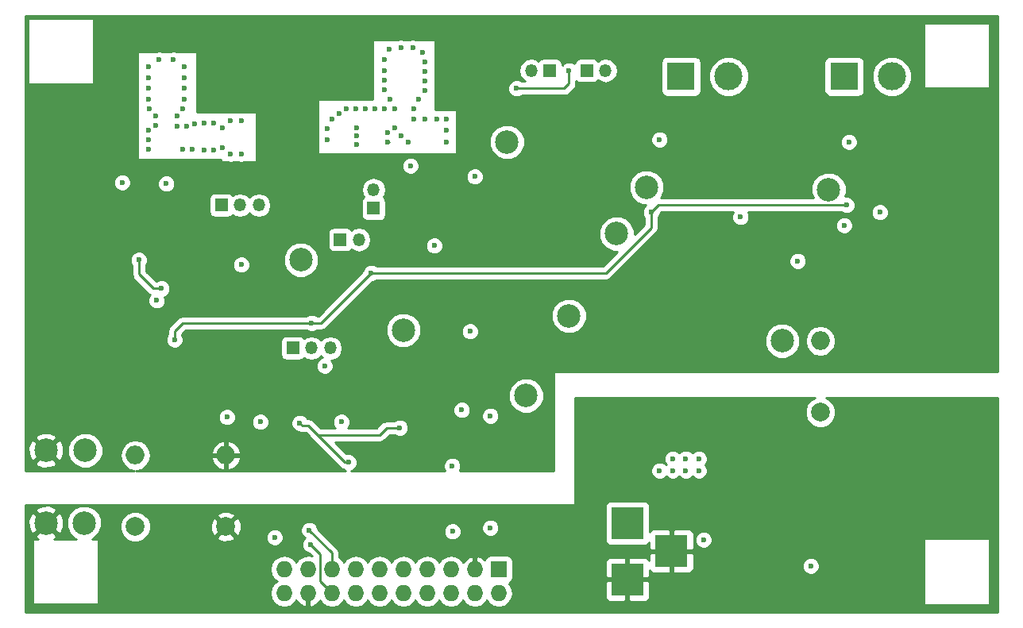
<source format=gbr>
G04 #@! TF.FileFunction,Copper,L4,Bot,Signal*
%FSLAX46Y46*%
G04 Gerber Fmt 4.6, Leading zero omitted, Abs format (unit mm)*
G04 Created by KiCad (PCBNEW 4.0.2+e4-6225~38~ubuntu14.04.1-stable) date sáb 17 nov 2018 11:22:13 ART*
%MOMM*%
G01*
G04 APERTURE LIST*
%ADD10C,0.100000*%
%ADD11R,1.350000X1.350000*%
%ADD12O,1.350000X1.350000*%
%ADD13R,3.500000X3.500000*%
%ADD14C,2.000000*%
%ADD15O,2.000000X2.000000*%
%ADD16R,3.000000X3.000000*%
%ADD17C,3.000000*%
%ADD18R,1.727200X1.727200*%
%ADD19O,1.727200X1.727200*%
%ADD20C,2.499360*%
%ADD21C,0.600000*%
%ADD22C,0.250000*%
%ADD23C,0.254000*%
G04 APERTURE END LIST*
D10*
D11*
X122809000Y-66262000D03*
D12*
X122809000Y-64262000D03*
D11*
X119253000Y-69596000D03*
D12*
X121253000Y-69596000D03*
D13*
X149860000Y-99822000D03*
X149860000Y-105822000D03*
X154560000Y-102822000D03*
D14*
X97409000Y-100203000D03*
D15*
X97409000Y-92583000D03*
D14*
X170434000Y-88011000D03*
D15*
X170434000Y-80391000D03*
D16*
X155575000Y-52197000D03*
D17*
X160655000Y-52197000D03*
D16*
X172974000Y-52197000D03*
D17*
X178054000Y-52197000D03*
D11*
X106585000Y-65913000D03*
D12*
X108585000Y-65913000D03*
X110585000Y-65913000D03*
D14*
X107061000Y-100203000D03*
D15*
X107061000Y-92583000D03*
D11*
X114205000Y-81153000D03*
D12*
X116205000Y-81153000D03*
X118205000Y-81153000D03*
D18*
X136144000Y-104775000D03*
D19*
X136144000Y-107315000D03*
X133604000Y-104775000D03*
X133604000Y-107315000D03*
X131064000Y-104775000D03*
X131064000Y-107315000D03*
X128524000Y-104775000D03*
X128524000Y-107315000D03*
X125984000Y-104775000D03*
X125984000Y-107315000D03*
X123444000Y-104775000D03*
X123444000Y-107315000D03*
X120904000Y-104775000D03*
X120904000Y-107315000D03*
X118364000Y-104775000D03*
X118364000Y-107315000D03*
X115824000Y-104775000D03*
X115824000Y-107315000D03*
X113284000Y-104775000D03*
X113284000Y-107315000D03*
D20*
X137033000Y-59182000D03*
X148717000Y-68961000D03*
X171323000Y-64262000D03*
X125984000Y-79248000D03*
X139065000Y-86233000D03*
X115062000Y-71755000D03*
X143637000Y-77724000D03*
D11*
X145542000Y-51562000D03*
D12*
X147542000Y-51562000D03*
D11*
X141605000Y-51562000D03*
D12*
X139605000Y-51562000D03*
D20*
X151892000Y-64008000D03*
X166370000Y-80391000D03*
X91948000Y-99822000D03*
X92075000Y-92075000D03*
X87884000Y-99822000D03*
X87884000Y-92075000D03*
D21*
X116205000Y-92837000D03*
X130556000Y-70485000D03*
X127127000Y-72263000D03*
X183769000Y-70993000D03*
X136398000Y-51816000D03*
X131826000Y-54610000D03*
X130810000Y-54610000D03*
X131826000Y-49022000D03*
X130810000Y-49022000D03*
X106426000Y-50292000D03*
X105410000Y-50292000D03*
X107950000Y-53721000D03*
X107950000Y-52705000D03*
X180975000Y-66294000D03*
X152019000Y-61595000D03*
X131445000Y-64262000D03*
X130048000Y-67056000D03*
X125603000Y-65532000D03*
X117856000Y-89027000D03*
X177546000Y-80391000D03*
X138811000Y-93472000D03*
X138176000Y-91440000D03*
X138176000Y-89789000D03*
X123444000Y-92710000D03*
X130048000Y-92710000D03*
X104521000Y-92583000D03*
X172212000Y-62103000D03*
X180975000Y-67818000D03*
X160528000Y-67183000D03*
X154178000Y-69850000D03*
X165862000Y-101600000D03*
X136779000Y-100330000D03*
X161798000Y-104394000D03*
X161798000Y-106934000D03*
X159766000Y-96901000D03*
X156972000Y-88138000D03*
X158115000Y-88138000D03*
X155829000Y-88138000D03*
X149225000Y-93345000D03*
X162687000Y-89027000D03*
X159766000Y-88773000D03*
X177673000Y-88011000D03*
X133731000Y-98552000D03*
X122682000Y-100330000D03*
X104648000Y-100203000D03*
X157988000Y-101600000D03*
X153289000Y-94234000D03*
X157480000Y-94234000D03*
X156083000Y-94234000D03*
X154686000Y-94234000D03*
X157480000Y-92964000D03*
X156083000Y-92964000D03*
X154686000Y-92964000D03*
X169418000Y-104394000D03*
X112268000Y-101346000D03*
X135255000Y-100330000D03*
X131224261Y-100711000D03*
X97790000Y-71755000D03*
X100203000Y-74803000D03*
X107188000Y-88519000D03*
X119380000Y-89027000D03*
X176784000Y-66675000D03*
X168021000Y-71882000D03*
X161925000Y-67183000D03*
X131191000Y-93726000D03*
X135255000Y-88392000D03*
X132207000Y-87757000D03*
X117602000Y-83058000D03*
X100711000Y-63627000D03*
X133604000Y-62865000D03*
X133096000Y-79375000D03*
X108712000Y-72263000D03*
X173482000Y-59182000D03*
X153289000Y-58928000D03*
X99695000Y-76073000D03*
X110744000Y-89027000D03*
X172974000Y-68072000D03*
X126746000Y-61722000D03*
X96012000Y-63500000D03*
X129286000Y-70231000D03*
X130556000Y-57912000D03*
X125730000Y-58547000D03*
X125095000Y-57658000D03*
X127000000Y-49149000D03*
X125730000Y-49149000D03*
X124460000Y-49276000D03*
X127127000Y-56769000D03*
X125095000Y-55626000D03*
X127635000Y-54610000D03*
X128270000Y-53721000D03*
X121031000Y-57658000D03*
X121031000Y-58547000D03*
X124333000Y-59182000D03*
X124333000Y-58166000D03*
X128270000Y-50673000D03*
X128016000Y-49657000D03*
X123952000Y-51562000D03*
X123952000Y-53594000D03*
X123952000Y-50419000D03*
X123952000Y-52578000D03*
X124587000Y-54610000D03*
X122936000Y-55626000D03*
X123952000Y-55626000D03*
X120904000Y-55626000D03*
X119126000Y-56134000D03*
X121920000Y-55626000D03*
X119888000Y-55626000D03*
X118364000Y-56769000D03*
X121031000Y-59436000D03*
X117856000Y-57785000D03*
X117856000Y-58928000D03*
X128270000Y-52705000D03*
X128270000Y-51689000D03*
X129540000Y-56769000D03*
X130556000Y-59182000D03*
X130556000Y-56769000D03*
X128270000Y-56769000D03*
X127127000Y-55626000D03*
X126492000Y-59182000D03*
X104775000Y-60071000D03*
X105791000Y-60071000D03*
X101854000Y-56388000D03*
X103759000Y-57277000D03*
X102870000Y-57531000D03*
X101854000Y-57531000D03*
X102489000Y-55626000D03*
X102616000Y-54610000D03*
X102616000Y-53467000D03*
X102616000Y-52324000D03*
X102616000Y-51181000D03*
X101473000Y-50419000D03*
X99949000Y-50419000D03*
X98806000Y-51181000D03*
X98806000Y-52324000D03*
X98806000Y-53467000D03*
X106680000Y-59817000D03*
X107569000Y-60452000D03*
X108712000Y-60452000D03*
X108712000Y-56896000D03*
X107569000Y-56896000D03*
X103505000Y-59944000D03*
X102489000Y-59944000D03*
X98806000Y-59944000D03*
X106680000Y-57658000D03*
X105791000Y-57150000D03*
X104775000Y-57150000D03*
X98806000Y-54610000D03*
X98933000Y-55626000D03*
X99568000Y-56388000D03*
X99568000Y-57404000D03*
X98806000Y-57912000D03*
X98806000Y-58928000D03*
X101600000Y-80264000D03*
X116205000Y-78486000D03*
X125603000Y-89662000D03*
X120142000Y-93345000D03*
X114935000Y-89154000D03*
X173228000Y-65913000D03*
X152400000Y-66675000D03*
X122555000Y-73152000D03*
X143637000Y-51562000D03*
X138049000Y-53467000D03*
X138049000Y-53467000D03*
X115951000Y-100584000D03*
X116078000Y-102108000D03*
D22*
X99314000Y-74803000D02*
X97790000Y-73279000D01*
X97790000Y-73279000D02*
X97790000Y-71755000D01*
X100203000Y-74803000D02*
X99314000Y-74803000D01*
X124333000Y-59309000D02*
X124460000Y-59182000D01*
X130429000Y-59182000D02*
X130556000Y-59055000D01*
X152400000Y-66675000D02*
X153162000Y-65913000D01*
X153162000Y-65913000D02*
X173228000Y-65913000D01*
X122555000Y-73152000D02*
X147574000Y-73152000D01*
X147574000Y-73152000D02*
X152400000Y-68326000D01*
X152400000Y-68326000D02*
X152400000Y-66675000D01*
X102489000Y-78486000D02*
X101600000Y-79375000D01*
X101600000Y-79375000D02*
X101600000Y-80264000D01*
X115780736Y-78486000D02*
X102489000Y-78486000D01*
X116205000Y-78486000D02*
X115780736Y-78486000D01*
X116205000Y-78486000D02*
X117221000Y-78486000D01*
X117221000Y-78486000D02*
X117729000Y-77978000D01*
X122555000Y-73152000D02*
X117729000Y-77978000D01*
X115869999Y-89453999D02*
X116840000Y-90424000D01*
X116840000Y-90424000D02*
X118237000Y-91821000D01*
X119851998Y-90424000D02*
X116840000Y-90424000D01*
X125603000Y-89662000D02*
X124206000Y-89662000D01*
X124206000Y-89662000D02*
X123444000Y-90424000D01*
X123444000Y-90424000D02*
X119851998Y-90424000D01*
X118237000Y-91821000D02*
X119761000Y-93345000D01*
X119761000Y-93345000D02*
X120142000Y-93345000D01*
X114935000Y-89154000D02*
X115234999Y-89453999D01*
X115234999Y-89453999D02*
X115869999Y-89453999D01*
X138049000Y-53467000D02*
X143129000Y-53467000D01*
X143129000Y-53467000D02*
X143637000Y-52959000D01*
X143637000Y-52959000D02*
X143637000Y-51562000D01*
X115951000Y-100584000D02*
X118364000Y-102997000D01*
X118364000Y-102997000D02*
X118364000Y-104775000D01*
X117094000Y-103124000D02*
X117094000Y-106045000D01*
X117094000Y-106045000D02*
X118364000Y-107315000D01*
X116078000Y-102108000D02*
X117094000Y-103124000D01*
D23*
G36*
X189290000Y-83693000D02*
X142113000Y-83693000D01*
X142063590Y-83703006D01*
X142021965Y-83731447D01*
X141994685Y-83773841D01*
X141986000Y-83820000D01*
X141986000Y-94234000D01*
X131992463Y-94234000D01*
X132125838Y-93912799D01*
X132126162Y-93540833D01*
X131984117Y-93197057D01*
X131721327Y-92933808D01*
X131377799Y-92791162D01*
X131005833Y-92790838D01*
X130662057Y-92932883D01*
X130398808Y-93195673D01*
X130256162Y-93539201D01*
X130255838Y-93911167D01*
X130389230Y-94234000D01*
X120438888Y-94234000D01*
X120670943Y-94138117D01*
X120934192Y-93875327D01*
X121076838Y-93531799D01*
X121077162Y-93159833D01*
X120935117Y-92816057D01*
X120672327Y-92552808D01*
X120328799Y-92410162D01*
X119956833Y-92409838D01*
X119917070Y-92426268D01*
X118674802Y-91184000D01*
X123444000Y-91184000D01*
X123734839Y-91126148D01*
X123981401Y-90961401D01*
X124520802Y-90422000D01*
X125040537Y-90422000D01*
X125072673Y-90454192D01*
X125416201Y-90596838D01*
X125788167Y-90597162D01*
X126131943Y-90455117D01*
X126395192Y-90192327D01*
X126537838Y-89848799D01*
X126538162Y-89476833D01*
X126396117Y-89133057D01*
X126133327Y-88869808D01*
X125789799Y-88727162D01*
X125417833Y-88726838D01*
X125074057Y-88868883D01*
X125040882Y-88902000D01*
X124206000Y-88902000D01*
X123915161Y-88959852D01*
X123668599Y-89124599D01*
X123129198Y-89664000D01*
X120065333Y-89664000D01*
X120172192Y-89557327D01*
X120314838Y-89213799D01*
X120315162Y-88841833D01*
X120173117Y-88498057D01*
X119910327Y-88234808D01*
X119566799Y-88092162D01*
X119194833Y-88091838D01*
X118851057Y-88233883D01*
X118587808Y-88496673D01*
X118445162Y-88840201D01*
X118444838Y-89212167D01*
X118586883Y-89555943D01*
X118694752Y-89664000D01*
X117154802Y-89664000D01*
X116407400Y-88916598D01*
X116160838Y-88751851D01*
X115869999Y-88693999D01*
X115756603Y-88693999D01*
X115728117Y-88625057D01*
X115465327Y-88361808D01*
X115121799Y-88219162D01*
X114749833Y-88218838D01*
X114406057Y-88360883D01*
X114142808Y-88623673D01*
X114000162Y-88967201D01*
X113999838Y-89339167D01*
X114141883Y-89682943D01*
X114404673Y-89946192D01*
X114748201Y-90088838D01*
X114843549Y-90088921D01*
X114944160Y-90156147D01*
X115234999Y-90213999D01*
X115555197Y-90213999D01*
X119223599Y-93882401D01*
X119470160Y-94047148D01*
X119503487Y-94053777D01*
X119534577Y-94059961D01*
X119611673Y-94137192D01*
X119844811Y-94234000D01*
X97489598Y-94234000D01*
X98034687Y-94125575D01*
X98565120Y-93771152D01*
X98919543Y-93240719D01*
X98974698Y-92963435D01*
X105470867Y-92963435D01*
X105737495Y-93542994D01*
X106205615Y-93976402D01*
X106680566Y-94173124D01*
X106934000Y-94053777D01*
X106934000Y-92710000D01*
X107188000Y-92710000D01*
X107188000Y-94053777D01*
X107441434Y-94173124D01*
X107916385Y-93976402D01*
X108384505Y-93542994D01*
X108651133Y-92963435D01*
X108532319Y-92710000D01*
X107188000Y-92710000D01*
X106934000Y-92710000D01*
X105589681Y-92710000D01*
X105470867Y-92963435D01*
X98974698Y-92963435D01*
X99044000Y-92615032D01*
X99044000Y-92550968D01*
X98974699Y-92202565D01*
X105470867Y-92202565D01*
X105589681Y-92456000D01*
X106934000Y-92456000D01*
X106934000Y-91112223D01*
X107188000Y-91112223D01*
X107188000Y-92456000D01*
X108532319Y-92456000D01*
X108651133Y-92202565D01*
X108384505Y-91623006D01*
X107916385Y-91189598D01*
X107441434Y-90992876D01*
X107188000Y-91112223D01*
X106934000Y-91112223D01*
X106680566Y-90992876D01*
X106205615Y-91189598D01*
X105737495Y-91623006D01*
X105470867Y-92202565D01*
X98974699Y-92202565D01*
X98919543Y-91925281D01*
X98565120Y-91394848D01*
X98034687Y-91040425D01*
X97409000Y-90915968D01*
X96783313Y-91040425D01*
X96252880Y-91394848D01*
X95898457Y-91925281D01*
X95774000Y-92550968D01*
X95774000Y-92615032D01*
X95898457Y-93240719D01*
X96252880Y-93771152D01*
X96783313Y-94125575D01*
X97328402Y-94234000D01*
X85710000Y-94234000D01*
X85710000Y-93408089D01*
X86730517Y-93408089D01*
X86859725Y-93700859D01*
X87559883Y-93969071D01*
X88309384Y-93948928D01*
X88908275Y-93700859D01*
X89037483Y-93408089D01*
X87884000Y-92254605D01*
X86730517Y-93408089D01*
X85710000Y-93408089D01*
X85710000Y-91750883D01*
X85989929Y-91750883D01*
X86010072Y-92500384D01*
X86258141Y-93099275D01*
X86550911Y-93228483D01*
X87704395Y-92075000D01*
X88063605Y-92075000D01*
X89217089Y-93228483D01*
X89509859Y-93099275D01*
X89759252Y-92448241D01*
X90189994Y-92448241D01*
X90476314Y-93141191D01*
X91006021Y-93671822D01*
X91698469Y-93959352D01*
X92448241Y-93960006D01*
X93141191Y-93673686D01*
X93671822Y-93143979D01*
X93959352Y-92451531D01*
X93960006Y-91701759D01*
X93673686Y-91008809D01*
X93143979Y-90478178D01*
X92451531Y-90190648D01*
X91701759Y-90189994D01*
X91008809Y-90476314D01*
X90478178Y-91006021D01*
X90190648Y-91698469D01*
X90189994Y-92448241D01*
X89759252Y-92448241D01*
X89778071Y-92399117D01*
X89757928Y-91649616D01*
X89509859Y-91050725D01*
X89217089Y-90921517D01*
X88063605Y-92075000D01*
X87704395Y-92075000D01*
X86550911Y-90921517D01*
X86258141Y-91050725D01*
X85989929Y-91750883D01*
X85710000Y-91750883D01*
X85710000Y-90741911D01*
X86730517Y-90741911D01*
X87884000Y-91895395D01*
X89037483Y-90741911D01*
X88908275Y-90449141D01*
X88208117Y-90180929D01*
X87458616Y-90201072D01*
X86859725Y-90449141D01*
X86730517Y-90741911D01*
X85710000Y-90741911D01*
X85710000Y-88704167D01*
X106252838Y-88704167D01*
X106394883Y-89047943D01*
X106657673Y-89311192D01*
X107001201Y-89453838D01*
X107373167Y-89454162D01*
X107716943Y-89312117D01*
X107817067Y-89212167D01*
X109808838Y-89212167D01*
X109950883Y-89555943D01*
X110213673Y-89819192D01*
X110557201Y-89961838D01*
X110929167Y-89962162D01*
X111272943Y-89820117D01*
X111536192Y-89557327D01*
X111678838Y-89213799D01*
X111679162Y-88841833D01*
X111537117Y-88498057D01*
X111274327Y-88234808D01*
X110930799Y-88092162D01*
X110558833Y-88091838D01*
X110215057Y-88233883D01*
X109951808Y-88496673D01*
X109809162Y-88840201D01*
X109808838Y-89212167D01*
X107817067Y-89212167D01*
X107980192Y-89049327D01*
X108122838Y-88705799D01*
X108123162Y-88333833D01*
X107981117Y-87990057D01*
X107933311Y-87942167D01*
X131271838Y-87942167D01*
X131413883Y-88285943D01*
X131676673Y-88549192D01*
X132020201Y-88691838D01*
X132392167Y-88692162D01*
X132670476Y-88577167D01*
X134319838Y-88577167D01*
X134461883Y-88920943D01*
X134724673Y-89184192D01*
X135068201Y-89326838D01*
X135440167Y-89327162D01*
X135783943Y-89185117D01*
X136047192Y-88922327D01*
X136189838Y-88578799D01*
X136190162Y-88206833D01*
X136048117Y-87863057D01*
X135785327Y-87599808D01*
X135441799Y-87457162D01*
X135069833Y-87456838D01*
X134726057Y-87598883D01*
X134462808Y-87861673D01*
X134320162Y-88205201D01*
X134319838Y-88577167D01*
X132670476Y-88577167D01*
X132735943Y-88550117D01*
X132999192Y-88287327D01*
X133141838Y-87943799D01*
X133142162Y-87571833D01*
X133000117Y-87228057D01*
X132737327Y-86964808D01*
X132393799Y-86822162D01*
X132021833Y-86821838D01*
X131678057Y-86963883D01*
X131414808Y-87226673D01*
X131272162Y-87570201D01*
X131271838Y-87942167D01*
X107933311Y-87942167D01*
X107718327Y-87726808D01*
X107374799Y-87584162D01*
X107002833Y-87583838D01*
X106659057Y-87725883D01*
X106395808Y-87988673D01*
X106253162Y-88332201D01*
X106252838Y-88704167D01*
X85710000Y-88704167D01*
X85710000Y-86606241D01*
X137179994Y-86606241D01*
X137466314Y-87299191D01*
X137996021Y-87829822D01*
X138688469Y-88117352D01*
X139438241Y-88118006D01*
X140131191Y-87831686D01*
X140661822Y-87301979D01*
X140949352Y-86609531D01*
X140950006Y-85859759D01*
X140663686Y-85166809D01*
X140133979Y-84636178D01*
X139441531Y-84348648D01*
X138691759Y-84347994D01*
X137998809Y-84634314D01*
X137468178Y-85164021D01*
X137180648Y-85856469D01*
X137179994Y-86606241D01*
X85710000Y-86606241D01*
X85710000Y-80449167D01*
X100664838Y-80449167D01*
X100806883Y-80792943D01*
X101069673Y-81056192D01*
X101413201Y-81198838D01*
X101785167Y-81199162D01*
X102128943Y-81057117D01*
X102392192Y-80794327D01*
X102523543Y-80478000D01*
X112882560Y-80478000D01*
X112882560Y-81828000D01*
X112926838Y-82063317D01*
X113065910Y-82279441D01*
X113278110Y-82424431D01*
X113530000Y-82475440D01*
X114880000Y-82475440D01*
X115115317Y-82431162D01*
X115331441Y-82292090D01*
X115402683Y-82187823D01*
X115703685Y-82388946D01*
X116205000Y-82488664D01*
X116706315Y-82388946D01*
X117131310Y-82104974D01*
X117205000Y-81994689D01*
X117278690Y-82104974D01*
X117347994Y-82151282D01*
X117073057Y-82264883D01*
X116809808Y-82527673D01*
X116667162Y-82871201D01*
X116666838Y-83243167D01*
X116808883Y-83586943D01*
X117071673Y-83850192D01*
X117415201Y-83992838D01*
X117787167Y-83993162D01*
X118130943Y-83851117D01*
X118394192Y-83588327D01*
X118536838Y-83244799D01*
X118537162Y-82872833D01*
X118395117Y-82529057D01*
X118329978Y-82463804D01*
X118706315Y-82388946D01*
X119131310Y-82104974D01*
X119415282Y-81679979D01*
X119515000Y-81178664D01*
X119515000Y-81127336D01*
X119415282Y-80626021D01*
X119131310Y-80201026D01*
X118706315Y-79917054D01*
X118205000Y-79817336D01*
X117703685Y-79917054D01*
X117278690Y-80201026D01*
X117205000Y-80311311D01*
X117131310Y-80201026D01*
X116706315Y-79917054D01*
X116205000Y-79817336D01*
X115703685Y-79917054D01*
X115402936Y-80118008D01*
X115344090Y-80026559D01*
X115131890Y-79881569D01*
X114880000Y-79830560D01*
X113530000Y-79830560D01*
X113294683Y-79874838D01*
X113078559Y-80013910D01*
X112933569Y-80226110D01*
X112882560Y-80478000D01*
X102523543Y-80478000D01*
X102534838Y-80450799D01*
X102535162Y-80078833D01*
X102393117Y-79735057D01*
X102360000Y-79701882D01*
X102360000Y-79689802D01*
X102428561Y-79621241D01*
X124098994Y-79621241D01*
X124385314Y-80314191D01*
X124915021Y-80844822D01*
X125607469Y-81132352D01*
X126357241Y-81133006D01*
X127050191Y-80846686D01*
X127132779Y-80764241D01*
X164484994Y-80764241D01*
X164771314Y-81457191D01*
X165301021Y-81987822D01*
X165993469Y-82275352D01*
X166743241Y-82276006D01*
X167436191Y-81989686D01*
X167966822Y-81459979D01*
X168254352Y-80767531D01*
X168254708Y-80358968D01*
X168799000Y-80358968D01*
X168799000Y-80423032D01*
X168923457Y-81048719D01*
X169277880Y-81579152D01*
X169808313Y-81933575D01*
X170434000Y-82058032D01*
X171059687Y-81933575D01*
X171590120Y-81579152D01*
X171944543Y-81048719D01*
X172069000Y-80423032D01*
X172069000Y-80358968D01*
X171944543Y-79733281D01*
X171590120Y-79202848D01*
X171059687Y-78848425D01*
X170434000Y-78723968D01*
X169808313Y-78848425D01*
X169277880Y-79202848D01*
X168923457Y-79733281D01*
X168799000Y-80358968D01*
X168254708Y-80358968D01*
X168255006Y-80017759D01*
X167968686Y-79324809D01*
X167438979Y-78794178D01*
X166746531Y-78506648D01*
X165996759Y-78505994D01*
X165303809Y-78792314D01*
X164773178Y-79322021D01*
X164485648Y-80014469D01*
X164484994Y-80764241D01*
X127132779Y-80764241D01*
X127580822Y-80316979D01*
X127868352Y-79624531D01*
X127868408Y-79560167D01*
X132160838Y-79560167D01*
X132302883Y-79903943D01*
X132565673Y-80167192D01*
X132909201Y-80309838D01*
X133281167Y-80310162D01*
X133624943Y-80168117D01*
X133888192Y-79905327D01*
X134030838Y-79561799D01*
X134031162Y-79189833D01*
X133889117Y-78846057D01*
X133626327Y-78582808D01*
X133282799Y-78440162D01*
X132910833Y-78439838D01*
X132567057Y-78581883D01*
X132303808Y-78844673D01*
X132161162Y-79188201D01*
X132160838Y-79560167D01*
X127868408Y-79560167D01*
X127869006Y-78874759D01*
X127582686Y-78181809D01*
X127498266Y-78097241D01*
X141751994Y-78097241D01*
X142038314Y-78790191D01*
X142568021Y-79320822D01*
X143260469Y-79608352D01*
X144010241Y-79609006D01*
X144703191Y-79322686D01*
X145233822Y-78792979D01*
X145521352Y-78100531D01*
X145522006Y-77350759D01*
X145235686Y-76657809D01*
X144705979Y-76127178D01*
X144013531Y-75839648D01*
X143263759Y-75838994D01*
X142570809Y-76125314D01*
X142040178Y-76655021D01*
X141752648Y-77347469D01*
X141751994Y-78097241D01*
X127498266Y-78097241D01*
X127052979Y-77651178D01*
X126360531Y-77363648D01*
X125610759Y-77362994D01*
X124917809Y-77649314D01*
X124387178Y-78179021D01*
X124099648Y-78871469D01*
X124098994Y-79621241D01*
X102428561Y-79621241D01*
X102803802Y-79246000D01*
X115642537Y-79246000D01*
X115674673Y-79278192D01*
X116018201Y-79420838D01*
X116390167Y-79421162D01*
X116733943Y-79279117D01*
X116767118Y-79246000D01*
X117221000Y-79246000D01*
X117511839Y-79188148D01*
X117758401Y-79023401D01*
X122694680Y-74087122D01*
X122740167Y-74087162D01*
X123083943Y-73945117D01*
X123117118Y-73912000D01*
X147574000Y-73912000D01*
X147864839Y-73854148D01*
X148111401Y-73689401D01*
X149733635Y-72067167D01*
X167085838Y-72067167D01*
X167227883Y-72410943D01*
X167490673Y-72674192D01*
X167834201Y-72816838D01*
X168206167Y-72817162D01*
X168549943Y-72675117D01*
X168813192Y-72412327D01*
X168955838Y-72068799D01*
X168956162Y-71696833D01*
X168814117Y-71353057D01*
X168551327Y-71089808D01*
X168207799Y-70947162D01*
X167835833Y-70946838D01*
X167492057Y-71088883D01*
X167228808Y-71351673D01*
X167086162Y-71695201D01*
X167085838Y-72067167D01*
X149733635Y-72067167D01*
X152937401Y-68863401D01*
X153102148Y-68616839D01*
X153160000Y-68326000D01*
X153160000Y-68257167D01*
X172038838Y-68257167D01*
X172180883Y-68600943D01*
X172443673Y-68864192D01*
X172787201Y-69006838D01*
X173159167Y-69007162D01*
X173502943Y-68865117D01*
X173766192Y-68602327D01*
X173908838Y-68258799D01*
X173909162Y-67886833D01*
X173767117Y-67543057D01*
X173504327Y-67279808D01*
X173160799Y-67137162D01*
X172788833Y-67136838D01*
X172445057Y-67278883D01*
X172181808Y-67541673D01*
X172039162Y-67885201D01*
X172038838Y-68257167D01*
X153160000Y-68257167D01*
X153160000Y-67237463D01*
X153192192Y-67205327D01*
X153334838Y-66861799D01*
X153334879Y-66814923D01*
X153476802Y-66673000D01*
X161124367Y-66673000D01*
X160990162Y-66996201D01*
X160989838Y-67368167D01*
X161131883Y-67711943D01*
X161394673Y-67975192D01*
X161738201Y-68117838D01*
X162110167Y-68118162D01*
X162453943Y-67976117D01*
X162717192Y-67713327D01*
X162859838Y-67369799D01*
X162860162Y-66997833D01*
X162803280Y-66860167D01*
X175848838Y-66860167D01*
X175990883Y-67203943D01*
X176253673Y-67467192D01*
X176597201Y-67609838D01*
X176969167Y-67610162D01*
X177312943Y-67468117D01*
X177576192Y-67205327D01*
X177718838Y-66861799D01*
X177719162Y-66489833D01*
X177577117Y-66146057D01*
X177314327Y-65882808D01*
X176970799Y-65740162D01*
X176598833Y-65739838D01*
X176255057Y-65881883D01*
X175991808Y-66144673D01*
X175849162Y-66488201D01*
X175848838Y-66860167D01*
X162803280Y-66860167D01*
X162725944Y-66673000D01*
X172665537Y-66673000D01*
X172697673Y-66705192D01*
X173041201Y-66847838D01*
X173413167Y-66848162D01*
X173756943Y-66706117D01*
X174020192Y-66443327D01*
X174162838Y-66099799D01*
X174163162Y-65727833D01*
X174021117Y-65384057D01*
X173758327Y-65120808D01*
X173414799Y-64978162D01*
X173066451Y-64977859D01*
X173207352Y-64638531D01*
X173208006Y-63888759D01*
X172921686Y-63195809D01*
X172391979Y-62665178D01*
X171699531Y-62377648D01*
X170949759Y-62376994D01*
X170256809Y-62663314D01*
X169726178Y-63193021D01*
X169438648Y-63885469D01*
X169437994Y-64635241D01*
X169651927Y-65153000D01*
X153412668Y-65153000D01*
X153488822Y-65076979D01*
X153776352Y-64384531D01*
X153777006Y-63634759D01*
X153490686Y-62941809D01*
X152960979Y-62411178D01*
X152268531Y-62123648D01*
X151518759Y-62122994D01*
X150825809Y-62409314D01*
X150295178Y-62939021D01*
X150007648Y-63631469D01*
X150006994Y-64381241D01*
X150293314Y-65074191D01*
X150823021Y-65604822D01*
X151515469Y-65892352D01*
X151860268Y-65892653D01*
X151607808Y-66144673D01*
X151465162Y-66488201D01*
X151464838Y-66860167D01*
X151606883Y-67203943D01*
X151640000Y-67237118D01*
X151640000Y-68011198D01*
X150601603Y-69049595D01*
X150602006Y-68587759D01*
X150315686Y-67894809D01*
X149785979Y-67364178D01*
X149093531Y-67076648D01*
X148343759Y-67075994D01*
X147650809Y-67362314D01*
X147120178Y-67892021D01*
X146832648Y-68584469D01*
X146831994Y-69334241D01*
X147118314Y-70027191D01*
X147648021Y-70557822D01*
X148340469Y-70845352D01*
X148805440Y-70845758D01*
X147259198Y-72392000D01*
X123117463Y-72392000D01*
X123085327Y-72359808D01*
X122741799Y-72217162D01*
X122369833Y-72216838D01*
X122026057Y-72358883D01*
X121762808Y-72621673D01*
X121620162Y-72965201D01*
X121620121Y-73012077D01*
X116906198Y-77726000D01*
X116767463Y-77726000D01*
X116735327Y-77693808D01*
X116391799Y-77551162D01*
X116019833Y-77550838D01*
X115676057Y-77692883D01*
X115642882Y-77726000D01*
X102489000Y-77726000D01*
X102198161Y-77783852D01*
X101951599Y-77948599D01*
X101062599Y-78837599D01*
X100897852Y-79084161D01*
X100840000Y-79375000D01*
X100840000Y-79701537D01*
X100807808Y-79733673D01*
X100665162Y-80077201D01*
X100664838Y-80449167D01*
X85710000Y-80449167D01*
X85710000Y-71940167D01*
X96854838Y-71940167D01*
X96996883Y-72283943D01*
X97030000Y-72317118D01*
X97030000Y-73279000D01*
X97087852Y-73569839D01*
X97252599Y-73816401D01*
X98776599Y-75340401D01*
X98973583Y-75472022D01*
X98902808Y-75542673D01*
X98760162Y-75886201D01*
X98759838Y-76258167D01*
X98901883Y-76601943D01*
X99164673Y-76865192D01*
X99508201Y-77007838D01*
X99880167Y-77008162D01*
X100223943Y-76866117D01*
X100487192Y-76603327D01*
X100629838Y-76259799D01*
X100630162Y-75887833D01*
X100542048Y-75674580D01*
X100731943Y-75596117D01*
X100995192Y-75333327D01*
X101137838Y-74989799D01*
X101138162Y-74617833D01*
X100996117Y-74274057D01*
X100733327Y-74010808D01*
X100389799Y-73868162D01*
X100017833Y-73867838D01*
X99674057Y-74009883D01*
X99640882Y-74043000D01*
X99628802Y-74043000D01*
X98550000Y-72964198D01*
X98550000Y-72448167D01*
X107776838Y-72448167D01*
X107918883Y-72791943D01*
X108181673Y-73055192D01*
X108525201Y-73197838D01*
X108897167Y-73198162D01*
X109240943Y-73056117D01*
X109504192Y-72793327D01*
X109646838Y-72449799D01*
X109647118Y-72128241D01*
X113176994Y-72128241D01*
X113463314Y-72821191D01*
X113993021Y-73351822D01*
X114685469Y-73639352D01*
X115435241Y-73640006D01*
X116128191Y-73353686D01*
X116658822Y-72823979D01*
X116946352Y-72131531D01*
X116947006Y-71381759D01*
X116660686Y-70688809D01*
X116130979Y-70158178D01*
X115438531Y-69870648D01*
X114688759Y-69869994D01*
X113995809Y-70156314D01*
X113465178Y-70686021D01*
X113177648Y-71378469D01*
X113176994Y-72128241D01*
X109647118Y-72128241D01*
X109647162Y-72077833D01*
X109505117Y-71734057D01*
X109242327Y-71470808D01*
X108898799Y-71328162D01*
X108526833Y-71327838D01*
X108183057Y-71469883D01*
X107919808Y-71732673D01*
X107777162Y-72076201D01*
X107776838Y-72448167D01*
X98550000Y-72448167D01*
X98550000Y-72317463D01*
X98582192Y-72285327D01*
X98724838Y-71941799D01*
X98725162Y-71569833D01*
X98583117Y-71226057D01*
X98320327Y-70962808D01*
X97976799Y-70820162D01*
X97604833Y-70819838D01*
X97261057Y-70961883D01*
X96997808Y-71224673D01*
X96855162Y-71568201D01*
X96854838Y-71940167D01*
X85710000Y-71940167D01*
X85710000Y-68921000D01*
X117930560Y-68921000D01*
X117930560Y-70271000D01*
X117974838Y-70506317D01*
X118113910Y-70722441D01*
X118326110Y-70867431D01*
X118578000Y-70918440D01*
X119928000Y-70918440D01*
X120163317Y-70874162D01*
X120379441Y-70735090D01*
X120450683Y-70630823D01*
X120751685Y-70831946D01*
X121253000Y-70931664D01*
X121754315Y-70831946D01*
X122179310Y-70547974D01*
X122267380Y-70416167D01*
X128350838Y-70416167D01*
X128492883Y-70759943D01*
X128755673Y-71023192D01*
X129099201Y-71165838D01*
X129471167Y-71166162D01*
X129814943Y-71024117D01*
X130078192Y-70761327D01*
X130220838Y-70417799D01*
X130221162Y-70045833D01*
X130079117Y-69702057D01*
X129816327Y-69438808D01*
X129472799Y-69296162D01*
X129100833Y-69295838D01*
X128757057Y-69437883D01*
X128493808Y-69700673D01*
X128351162Y-70044201D01*
X128350838Y-70416167D01*
X122267380Y-70416167D01*
X122463282Y-70122979D01*
X122563000Y-69621664D01*
X122563000Y-69570336D01*
X122463282Y-69069021D01*
X122179310Y-68644026D01*
X121754315Y-68360054D01*
X121253000Y-68260336D01*
X120751685Y-68360054D01*
X120450936Y-68561008D01*
X120392090Y-68469559D01*
X120179890Y-68324569D01*
X119928000Y-68273560D01*
X118578000Y-68273560D01*
X118342683Y-68317838D01*
X118126559Y-68456910D01*
X117981569Y-68669110D01*
X117930560Y-68921000D01*
X85710000Y-68921000D01*
X85710000Y-65238000D01*
X105262560Y-65238000D01*
X105262560Y-66588000D01*
X105306838Y-66823317D01*
X105445910Y-67039441D01*
X105658110Y-67184431D01*
X105910000Y-67235440D01*
X107260000Y-67235440D01*
X107495317Y-67191162D01*
X107711441Y-67052090D01*
X107782683Y-66947823D01*
X108083685Y-67148946D01*
X108585000Y-67248664D01*
X109086315Y-67148946D01*
X109511310Y-66864974D01*
X109585000Y-66754689D01*
X109658690Y-66864974D01*
X110083685Y-67148946D01*
X110585000Y-67248664D01*
X111086315Y-67148946D01*
X111511310Y-66864974D01*
X111795282Y-66439979D01*
X111895000Y-65938664D01*
X111895000Y-65887336D01*
X111795282Y-65386021D01*
X111511310Y-64961026D01*
X111086315Y-64677054D01*
X110585000Y-64577336D01*
X110083685Y-64677054D01*
X109658690Y-64961026D01*
X109585000Y-65071311D01*
X109511310Y-64961026D01*
X109086315Y-64677054D01*
X108585000Y-64577336D01*
X108083685Y-64677054D01*
X107782936Y-64878008D01*
X107724090Y-64786559D01*
X107511890Y-64641569D01*
X107260000Y-64590560D01*
X105910000Y-64590560D01*
X105674683Y-64634838D01*
X105458559Y-64773910D01*
X105313569Y-64986110D01*
X105262560Y-65238000D01*
X85710000Y-65238000D01*
X85710000Y-63685167D01*
X95076838Y-63685167D01*
X95218883Y-64028943D01*
X95481673Y-64292192D01*
X95825201Y-64434838D01*
X96197167Y-64435162D01*
X96540943Y-64293117D01*
X96804192Y-64030327D01*
X96894780Y-63812167D01*
X99775838Y-63812167D01*
X99917883Y-64155943D01*
X100180673Y-64419192D01*
X100524201Y-64561838D01*
X100896167Y-64562162D01*
X101239943Y-64420117D01*
X101398336Y-64262000D01*
X121473336Y-64262000D01*
X121573054Y-64763315D01*
X121774008Y-65064064D01*
X121682559Y-65122910D01*
X121537569Y-65335110D01*
X121486560Y-65587000D01*
X121486560Y-66937000D01*
X121530838Y-67172317D01*
X121669910Y-67388441D01*
X121882110Y-67533431D01*
X122134000Y-67584440D01*
X123484000Y-67584440D01*
X123719317Y-67540162D01*
X123935441Y-67401090D01*
X124080431Y-67188890D01*
X124131440Y-66937000D01*
X124131440Y-65587000D01*
X124087162Y-65351683D01*
X123948090Y-65135559D01*
X123843823Y-65064317D01*
X124044946Y-64763315D01*
X124144664Y-64262000D01*
X124044946Y-63760685D01*
X123760974Y-63335690D01*
X123335979Y-63051718D01*
X123328182Y-63050167D01*
X132668838Y-63050167D01*
X132810883Y-63393943D01*
X133073673Y-63657192D01*
X133417201Y-63799838D01*
X133789167Y-63800162D01*
X134132943Y-63658117D01*
X134396192Y-63395327D01*
X134538838Y-63051799D01*
X134539162Y-62679833D01*
X134397117Y-62336057D01*
X134134327Y-62072808D01*
X133790799Y-61930162D01*
X133418833Y-61929838D01*
X133075057Y-62071883D01*
X132811808Y-62334673D01*
X132669162Y-62678201D01*
X132668838Y-63050167D01*
X123328182Y-63050167D01*
X122834664Y-62952000D01*
X122783336Y-62952000D01*
X122282021Y-63051718D01*
X121857026Y-63335690D01*
X121573054Y-63760685D01*
X121473336Y-64262000D01*
X101398336Y-64262000D01*
X101503192Y-64157327D01*
X101645838Y-63813799D01*
X101646162Y-63441833D01*
X101504117Y-63098057D01*
X101241327Y-62834808D01*
X100897799Y-62692162D01*
X100525833Y-62691838D01*
X100182057Y-62833883D01*
X99918808Y-63096673D01*
X99776162Y-63440201D01*
X99775838Y-63812167D01*
X96894780Y-63812167D01*
X96946838Y-63686799D01*
X96947162Y-63314833D01*
X96805117Y-62971057D01*
X96542327Y-62707808D01*
X96198799Y-62565162D01*
X95826833Y-62564838D01*
X95483057Y-62706883D01*
X95219808Y-62969673D01*
X95077162Y-63313201D01*
X95076838Y-63685167D01*
X85710000Y-63685167D01*
X85710000Y-61907167D01*
X125810838Y-61907167D01*
X125952883Y-62250943D01*
X126215673Y-62514192D01*
X126559201Y-62656838D01*
X126931167Y-62657162D01*
X127274943Y-62515117D01*
X127538192Y-62252327D01*
X127680838Y-61908799D01*
X127681162Y-61536833D01*
X127539117Y-61193057D01*
X127276327Y-60929808D01*
X126932799Y-60787162D01*
X126560833Y-60786838D01*
X126217057Y-60928883D01*
X125953808Y-61191673D01*
X125811162Y-61535201D01*
X125810838Y-61907167D01*
X85710000Y-61907167D01*
X85710000Y-46101000D01*
X85983766Y-46101000D01*
X85983766Y-52884430D01*
X85992451Y-52930589D01*
X86019731Y-52972983D01*
X86061356Y-53001424D01*
X86110766Y-53011430D01*
X92841766Y-53011430D01*
X92887925Y-53002745D01*
X92930319Y-52975465D01*
X92958760Y-52933840D01*
X92968766Y-52884430D01*
X92968766Y-49657000D01*
X97663000Y-49657000D01*
X97663000Y-60960000D01*
X97671685Y-61006159D01*
X97698965Y-61048553D01*
X97740590Y-61076994D01*
X97790000Y-61087000D01*
X106553000Y-61087000D01*
X106553000Y-61214000D01*
X106561685Y-61260159D01*
X106588965Y-61302553D01*
X106630590Y-61330994D01*
X106680000Y-61341000D01*
X107271811Y-61341000D01*
X107382201Y-61386838D01*
X107754167Y-61387162D01*
X107865888Y-61341000D01*
X108414811Y-61341000D01*
X108525201Y-61386838D01*
X108897167Y-61387162D01*
X109008888Y-61341000D01*
X110236000Y-61341000D01*
X110282159Y-61332315D01*
X110324553Y-61305035D01*
X110352994Y-61263410D01*
X110363000Y-61214000D01*
X110363000Y-56134000D01*
X110354315Y-56087841D01*
X110327035Y-56045447D01*
X110285410Y-56017006D01*
X110236000Y-56007000D01*
X109009189Y-56007000D01*
X108898799Y-55961162D01*
X108526833Y-55960838D01*
X108415112Y-56007000D01*
X107866189Y-56007000D01*
X107755799Y-55961162D01*
X107383833Y-55960838D01*
X107272112Y-56007000D01*
X104013000Y-56007000D01*
X104013000Y-54737000D01*
X116840000Y-54737000D01*
X116840000Y-60325000D01*
X116848685Y-60371159D01*
X116875965Y-60413553D01*
X116917590Y-60441994D01*
X116967000Y-60452000D01*
X131572000Y-60452000D01*
X131618159Y-60443315D01*
X131660553Y-60416035D01*
X131688994Y-60374410D01*
X131699000Y-60325000D01*
X131699000Y-59555241D01*
X135147994Y-59555241D01*
X135434314Y-60248191D01*
X135964021Y-60778822D01*
X136656469Y-61066352D01*
X137406241Y-61067006D01*
X138099191Y-60780686D01*
X138629822Y-60250979D01*
X138917352Y-59558531D01*
X138917740Y-59113167D01*
X152353838Y-59113167D01*
X152495883Y-59456943D01*
X152758673Y-59720192D01*
X153102201Y-59862838D01*
X153474167Y-59863162D01*
X153817943Y-59721117D01*
X154081192Y-59458327D01*
X154119045Y-59367167D01*
X172546838Y-59367167D01*
X172688883Y-59710943D01*
X172951673Y-59974192D01*
X173295201Y-60116838D01*
X173667167Y-60117162D01*
X174010943Y-59975117D01*
X174274192Y-59712327D01*
X174416838Y-59368799D01*
X174417162Y-58996833D01*
X174275117Y-58653057D01*
X174012327Y-58389808D01*
X173668799Y-58247162D01*
X173296833Y-58246838D01*
X172953057Y-58388883D01*
X172689808Y-58651673D01*
X172547162Y-58995201D01*
X172546838Y-59367167D01*
X154119045Y-59367167D01*
X154223838Y-59114799D01*
X154224162Y-58742833D01*
X154082117Y-58399057D01*
X153819327Y-58135808D01*
X153475799Y-57993162D01*
X153103833Y-57992838D01*
X152760057Y-58134883D01*
X152496808Y-58397673D01*
X152354162Y-58741201D01*
X152353838Y-59113167D01*
X138917740Y-59113167D01*
X138918006Y-58808759D01*
X138631686Y-58115809D01*
X138101979Y-57585178D01*
X137409531Y-57297648D01*
X136659759Y-57296994D01*
X135966809Y-57583314D01*
X135436178Y-58113021D01*
X135148648Y-58805469D01*
X135147994Y-59555241D01*
X131699000Y-59555241D01*
X131699000Y-55880000D01*
X131690315Y-55833841D01*
X131663035Y-55791447D01*
X131621410Y-55763006D01*
X131572000Y-55753000D01*
X129413000Y-55753000D01*
X129413000Y-53652167D01*
X137113838Y-53652167D01*
X137255883Y-53995943D01*
X137518673Y-54259192D01*
X137862201Y-54401838D01*
X138234167Y-54402162D01*
X138577943Y-54260117D01*
X138611118Y-54227000D01*
X143129000Y-54227000D01*
X143419839Y-54169148D01*
X143666401Y-54004401D01*
X144174401Y-53496401D01*
X144258731Y-53370192D01*
X144339148Y-53249839D01*
X144397000Y-52959000D01*
X144397000Y-52679257D01*
X144402910Y-52688441D01*
X144615110Y-52833431D01*
X144867000Y-52884440D01*
X146217000Y-52884440D01*
X146452317Y-52840162D01*
X146668441Y-52701090D01*
X146739683Y-52596823D01*
X147040685Y-52797946D01*
X147542000Y-52897664D01*
X148043315Y-52797946D01*
X148468310Y-52513974D01*
X148752282Y-52088979D01*
X148852000Y-51587664D01*
X148852000Y-51536336D01*
X148752282Y-51035021D01*
X148526425Y-50697000D01*
X153427560Y-50697000D01*
X153427560Y-53697000D01*
X153471838Y-53932317D01*
X153610910Y-54148441D01*
X153823110Y-54293431D01*
X154075000Y-54344440D01*
X157075000Y-54344440D01*
X157310317Y-54300162D01*
X157526441Y-54161090D01*
X157671431Y-53948890D01*
X157722440Y-53697000D01*
X157722440Y-52619815D01*
X158519630Y-52619815D01*
X158843980Y-53404800D01*
X159444041Y-54005909D01*
X160228459Y-54331628D01*
X161077815Y-54332370D01*
X161862800Y-54008020D01*
X162463909Y-53407959D01*
X162789628Y-52623541D01*
X162790370Y-51774185D01*
X162466020Y-50989200D01*
X162174330Y-50697000D01*
X170826560Y-50697000D01*
X170826560Y-53697000D01*
X170870838Y-53932317D01*
X171009910Y-54148441D01*
X171222110Y-54293431D01*
X171474000Y-54344440D01*
X174474000Y-54344440D01*
X174709317Y-54300162D01*
X174925441Y-54161090D01*
X175070431Y-53948890D01*
X175121440Y-53697000D01*
X175121440Y-52619815D01*
X175918630Y-52619815D01*
X176242980Y-53404800D01*
X176843041Y-54005909D01*
X177627459Y-54331628D01*
X178476815Y-54332370D01*
X179261800Y-54008020D01*
X179862909Y-53407959D01*
X180188628Y-52623541D01*
X180189370Y-51774185D01*
X179865020Y-50989200D01*
X179264959Y-50388091D01*
X178480541Y-50062372D01*
X177631185Y-50061630D01*
X176846200Y-50385980D01*
X176245091Y-50986041D01*
X175919372Y-51770459D01*
X175918630Y-52619815D01*
X175121440Y-52619815D01*
X175121440Y-50697000D01*
X175077162Y-50461683D01*
X174938090Y-50245559D01*
X174725890Y-50100569D01*
X174474000Y-50049560D01*
X171474000Y-50049560D01*
X171238683Y-50093838D01*
X171022559Y-50232910D01*
X170877569Y-50445110D01*
X170826560Y-50697000D01*
X162174330Y-50697000D01*
X161865959Y-50388091D01*
X161081541Y-50062372D01*
X160232185Y-50061630D01*
X159447200Y-50385980D01*
X158846091Y-50986041D01*
X158520372Y-51770459D01*
X158519630Y-52619815D01*
X157722440Y-52619815D01*
X157722440Y-50697000D01*
X157678162Y-50461683D01*
X157539090Y-50245559D01*
X157326890Y-50100569D01*
X157075000Y-50049560D01*
X154075000Y-50049560D01*
X153839683Y-50093838D01*
X153623559Y-50232910D01*
X153478569Y-50445110D01*
X153427560Y-50697000D01*
X148526425Y-50697000D01*
X148468310Y-50610026D01*
X148043315Y-50326054D01*
X147542000Y-50226336D01*
X147040685Y-50326054D01*
X146739936Y-50527008D01*
X146681090Y-50435559D01*
X146468890Y-50290569D01*
X146217000Y-50239560D01*
X144867000Y-50239560D01*
X144631683Y-50283838D01*
X144415559Y-50422910D01*
X144270569Y-50635110D01*
X144230481Y-50833072D01*
X144167327Y-50769808D01*
X143823799Y-50627162D01*
X143451833Y-50626838D01*
X143108057Y-50768883D01*
X142927440Y-50949185D01*
X142927440Y-50887000D01*
X142883162Y-50651683D01*
X142744090Y-50435559D01*
X142531890Y-50290569D01*
X142280000Y-50239560D01*
X140930000Y-50239560D01*
X140694683Y-50283838D01*
X140478559Y-50422910D01*
X140407317Y-50527177D01*
X140106315Y-50326054D01*
X139605000Y-50226336D01*
X139103685Y-50326054D01*
X138678690Y-50610026D01*
X138394718Y-51035021D01*
X138295000Y-51536336D01*
X138295000Y-51587664D01*
X138394718Y-52088979D01*
X138678690Y-52513974D01*
X138967574Y-52707000D01*
X138611463Y-52707000D01*
X138579327Y-52674808D01*
X138235799Y-52532162D01*
X137863833Y-52531838D01*
X137520057Y-52673883D01*
X137256808Y-52936673D01*
X137114162Y-53280201D01*
X137113838Y-53652167D01*
X129413000Y-53652167D01*
X129413000Y-48387000D01*
X129404315Y-48340841D01*
X129377035Y-48298447D01*
X129335410Y-48270006D01*
X129286000Y-48260000D01*
X127297189Y-48260000D01*
X127186799Y-48214162D01*
X126814833Y-48213838D01*
X126703112Y-48260000D01*
X126027189Y-48260000D01*
X125916799Y-48214162D01*
X125544833Y-48213838D01*
X125433112Y-48260000D01*
X122809000Y-48260000D01*
X122762841Y-48268685D01*
X122720447Y-48295965D01*
X122692006Y-48337590D01*
X122682000Y-48387000D01*
X122682000Y-54610000D01*
X116967000Y-54610000D01*
X116920841Y-54618685D01*
X116878447Y-54645965D01*
X116850006Y-54687590D01*
X116840000Y-54737000D01*
X104013000Y-54737000D01*
X104013000Y-49657000D01*
X104004315Y-49610841D01*
X103977035Y-49568447D01*
X103935410Y-49540006D01*
X103886000Y-49530000D01*
X101770189Y-49530000D01*
X101659799Y-49484162D01*
X101287833Y-49483838D01*
X101176112Y-49530000D01*
X100246189Y-49530000D01*
X100135799Y-49484162D01*
X99763833Y-49483838D01*
X99652112Y-49530000D01*
X97790000Y-49530000D01*
X97743841Y-49538685D01*
X97701447Y-49565965D01*
X97673006Y-49607590D01*
X97663000Y-49657000D01*
X92968766Y-49657000D01*
X92968766Y-46656758D01*
X181483000Y-46656758D01*
X181483000Y-53340000D01*
X181491685Y-53386159D01*
X181518965Y-53428553D01*
X181560590Y-53456994D01*
X181610000Y-53467000D01*
X188341000Y-53467000D01*
X188387159Y-53458315D01*
X188429553Y-53431035D01*
X188457994Y-53389410D01*
X188468000Y-53340000D01*
X188468000Y-46656758D01*
X188459315Y-46610599D01*
X188432035Y-46568205D01*
X188390410Y-46539764D01*
X188341000Y-46529758D01*
X181610000Y-46529758D01*
X181563841Y-46538443D01*
X181521447Y-46565723D01*
X181493006Y-46607348D01*
X181483000Y-46656758D01*
X92968766Y-46656758D01*
X92968766Y-46101000D01*
X92960081Y-46054841D01*
X92932801Y-46012447D01*
X92891176Y-45984006D01*
X92841766Y-45974000D01*
X86110766Y-45974000D01*
X86064607Y-45982685D01*
X86022213Y-46009965D01*
X85993772Y-46051590D01*
X85983766Y-46101000D01*
X85710000Y-46101000D01*
X85710000Y-45710000D01*
X189290000Y-45710000D01*
X189290000Y-83693000D01*
X189290000Y-83693000D01*
G37*
X189290000Y-83693000D02*
X142113000Y-83693000D01*
X142063590Y-83703006D01*
X142021965Y-83731447D01*
X141994685Y-83773841D01*
X141986000Y-83820000D01*
X141986000Y-94234000D01*
X131992463Y-94234000D01*
X132125838Y-93912799D01*
X132126162Y-93540833D01*
X131984117Y-93197057D01*
X131721327Y-92933808D01*
X131377799Y-92791162D01*
X131005833Y-92790838D01*
X130662057Y-92932883D01*
X130398808Y-93195673D01*
X130256162Y-93539201D01*
X130255838Y-93911167D01*
X130389230Y-94234000D01*
X120438888Y-94234000D01*
X120670943Y-94138117D01*
X120934192Y-93875327D01*
X121076838Y-93531799D01*
X121077162Y-93159833D01*
X120935117Y-92816057D01*
X120672327Y-92552808D01*
X120328799Y-92410162D01*
X119956833Y-92409838D01*
X119917070Y-92426268D01*
X118674802Y-91184000D01*
X123444000Y-91184000D01*
X123734839Y-91126148D01*
X123981401Y-90961401D01*
X124520802Y-90422000D01*
X125040537Y-90422000D01*
X125072673Y-90454192D01*
X125416201Y-90596838D01*
X125788167Y-90597162D01*
X126131943Y-90455117D01*
X126395192Y-90192327D01*
X126537838Y-89848799D01*
X126538162Y-89476833D01*
X126396117Y-89133057D01*
X126133327Y-88869808D01*
X125789799Y-88727162D01*
X125417833Y-88726838D01*
X125074057Y-88868883D01*
X125040882Y-88902000D01*
X124206000Y-88902000D01*
X123915161Y-88959852D01*
X123668599Y-89124599D01*
X123129198Y-89664000D01*
X120065333Y-89664000D01*
X120172192Y-89557327D01*
X120314838Y-89213799D01*
X120315162Y-88841833D01*
X120173117Y-88498057D01*
X119910327Y-88234808D01*
X119566799Y-88092162D01*
X119194833Y-88091838D01*
X118851057Y-88233883D01*
X118587808Y-88496673D01*
X118445162Y-88840201D01*
X118444838Y-89212167D01*
X118586883Y-89555943D01*
X118694752Y-89664000D01*
X117154802Y-89664000D01*
X116407400Y-88916598D01*
X116160838Y-88751851D01*
X115869999Y-88693999D01*
X115756603Y-88693999D01*
X115728117Y-88625057D01*
X115465327Y-88361808D01*
X115121799Y-88219162D01*
X114749833Y-88218838D01*
X114406057Y-88360883D01*
X114142808Y-88623673D01*
X114000162Y-88967201D01*
X113999838Y-89339167D01*
X114141883Y-89682943D01*
X114404673Y-89946192D01*
X114748201Y-90088838D01*
X114843549Y-90088921D01*
X114944160Y-90156147D01*
X115234999Y-90213999D01*
X115555197Y-90213999D01*
X119223599Y-93882401D01*
X119470160Y-94047148D01*
X119503487Y-94053777D01*
X119534577Y-94059961D01*
X119611673Y-94137192D01*
X119844811Y-94234000D01*
X97489598Y-94234000D01*
X98034687Y-94125575D01*
X98565120Y-93771152D01*
X98919543Y-93240719D01*
X98974698Y-92963435D01*
X105470867Y-92963435D01*
X105737495Y-93542994D01*
X106205615Y-93976402D01*
X106680566Y-94173124D01*
X106934000Y-94053777D01*
X106934000Y-92710000D01*
X107188000Y-92710000D01*
X107188000Y-94053777D01*
X107441434Y-94173124D01*
X107916385Y-93976402D01*
X108384505Y-93542994D01*
X108651133Y-92963435D01*
X108532319Y-92710000D01*
X107188000Y-92710000D01*
X106934000Y-92710000D01*
X105589681Y-92710000D01*
X105470867Y-92963435D01*
X98974698Y-92963435D01*
X99044000Y-92615032D01*
X99044000Y-92550968D01*
X98974699Y-92202565D01*
X105470867Y-92202565D01*
X105589681Y-92456000D01*
X106934000Y-92456000D01*
X106934000Y-91112223D01*
X107188000Y-91112223D01*
X107188000Y-92456000D01*
X108532319Y-92456000D01*
X108651133Y-92202565D01*
X108384505Y-91623006D01*
X107916385Y-91189598D01*
X107441434Y-90992876D01*
X107188000Y-91112223D01*
X106934000Y-91112223D01*
X106680566Y-90992876D01*
X106205615Y-91189598D01*
X105737495Y-91623006D01*
X105470867Y-92202565D01*
X98974699Y-92202565D01*
X98919543Y-91925281D01*
X98565120Y-91394848D01*
X98034687Y-91040425D01*
X97409000Y-90915968D01*
X96783313Y-91040425D01*
X96252880Y-91394848D01*
X95898457Y-91925281D01*
X95774000Y-92550968D01*
X95774000Y-92615032D01*
X95898457Y-93240719D01*
X96252880Y-93771152D01*
X96783313Y-94125575D01*
X97328402Y-94234000D01*
X85710000Y-94234000D01*
X85710000Y-93408089D01*
X86730517Y-93408089D01*
X86859725Y-93700859D01*
X87559883Y-93969071D01*
X88309384Y-93948928D01*
X88908275Y-93700859D01*
X89037483Y-93408089D01*
X87884000Y-92254605D01*
X86730517Y-93408089D01*
X85710000Y-93408089D01*
X85710000Y-91750883D01*
X85989929Y-91750883D01*
X86010072Y-92500384D01*
X86258141Y-93099275D01*
X86550911Y-93228483D01*
X87704395Y-92075000D01*
X88063605Y-92075000D01*
X89217089Y-93228483D01*
X89509859Y-93099275D01*
X89759252Y-92448241D01*
X90189994Y-92448241D01*
X90476314Y-93141191D01*
X91006021Y-93671822D01*
X91698469Y-93959352D01*
X92448241Y-93960006D01*
X93141191Y-93673686D01*
X93671822Y-93143979D01*
X93959352Y-92451531D01*
X93960006Y-91701759D01*
X93673686Y-91008809D01*
X93143979Y-90478178D01*
X92451531Y-90190648D01*
X91701759Y-90189994D01*
X91008809Y-90476314D01*
X90478178Y-91006021D01*
X90190648Y-91698469D01*
X90189994Y-92448241D01*
X89759252Y-92448241D01*
X89778071Y-92399117D01*
X89757928Y-91649616D01*
X89509859Y-91050725D01*
X89217089Y-90921517D01*
X88063605Y-92075000D01*
X87704395Y-92075000D01*
X86550911Y-90921517D01*
X86258141Y-91050725D01*
X85989929Y-91750883D01*
X85710000Y-91750883D01*
X85710000Y-90741911D01*
X86730517Y-90741911D01*
X87884000Y-91895395D01*
X89037483Y-90741911D01*
X88908275Y-90449141D01*
X88208117Y-90180929D01*
X87458616Y-90201072D01*
X86859725Y-90449141D01*
X86730517Y-90741911D01*
X85710000Y-90741911D01*
X85710000Y-88704167D01*
X106252838Y-88704167D01*
X106394883Y-89047943D01*
X106657673Y-89311192D01*
X107001201Y-89453838D01*
X107373167Y-89454162D01*
X107716943Y-89312117D01*
X107817067Y-89212167D01*
X109808838Y-89212167D01*
X109950883Y-89555943D01*
X110213673Y-89819192D01*
X110557201Y-89961838D01*
X110929167Y-89962162D01*
X111272943Y-89820117D01*
X111536192Y-89557327D01*
X111678838Y-89213799D01*
X111679162Y-88841833D01*
X111537117Y-88498057D01*
X111274327Y-88234808D01*
X110930799Y-88092162D01*
X110558833Y-88091838D01*
X110215057Y-88233883D01*
X109951808Y-88496673D01*
X109809162Y-88840201D01*
X109808838Y-89212167D01*
X107817067Y-89212167D01*
X107980192Y-89049327D01*
X108122838Y-88705799D01*
X108123162Y-88333833D01*
X107981117Y-87990057D01*
X107933311Y-87942167D01*
X131271838Y-87942167D01*
X131413883Y-88285943D01*
X131676673Y-88549192D01*
X132020201Y-88691838D01*
X132392167Y-88692162D01*
X132670476Y-88577167D01*
X134319838Y-88577167D01*
X134461883Y-88920943D01*
X134724673Y-89184192D01*
X135068201Y-89326838D01*
X135440167Y-89327162D01*
X135783943Y-89185117D01*
X136047192Y-88922327D01*
X136189838Y-88578799D01*
X136190162Y-88206833D01*
X136048117Y-87863057D01*
X135785327Y-87599808D01*
X135441799Y-87457162D01*
X135069833Y-87456838D01*
X134726057Y-87598883D01*
X134462808Y-87861673D01*
X134320162Y-88205201D01*
X134319838Y-88577167D01*
X132670476Y-88577167D01*
X132735943Y-88550117D01*
X132999192Y-88287327D01*
X133141838Y-87943799D01*
X133142162Y-87571833D01*
X133000117Y-87228057D01*
X132737327Y-86964808D01*
X132393799Y-86822162D01*
X132021833Y-86821838D01*
X131678057Y-86963883D01*
X131414808Y-87226673D01*
X131272162Y-87570201D01*
X131271838Y-87942167D01*
X107933311Y-87942167D01*
X107718327Y-87726808D01*
X107374799Y-87584162D01*
X107002833Y-87583838D01*
X106659057Y-87725883D01*
X106395808Y-87988673D01*
X106253162Y-88332201D01*
X106252838Y-88704167D01*
X85710000Y-88704167D01*
X85710000Y-86606241D01*
X137179994Y-86606241D01*
X137466314Y-87299191D01*
X137996021Y-87829822D01*
X138688469Y-88117352D01*
X139438241Y-88118006D01*
X140131191Y-87831686D01*
X140661822Y-87301979D01*
X140949352Y-86609531D01*
X140950006Y-85859759D01*
X140663686Y-85166809D01*
X140133979Y-84636178D01*
X139441531Y-84348648D01*
X138691759Y-84347994D01*
X137998809Y-84634314D01*
X137468178Y-85164021D01*
X137180648Y-85856469D01*
X137179994Y-86606241D01*
X85710000Y-86606241D01*
X85710000Y-80449167D01*
X100664838Y-80449167D01*
X100806883Y-80792943D01*
X101069673Y-81056192D01*
X101413201Y-81198838D01*
X101785167Y-81199162D01*
X102128943Y-81057117D01*
X102392192Y-80794327D01*
X102523543Y-80478000D01*
X112882560Y-80478000D01*
X112882560Y-81828000D01*
X112926838Y-82063317D01*
X113065910Y-82279441D01*
X113278110Y-82424431D01*
X113530000Y-82475440D01*
X114880000Y-82475440D01*
X115115317Y-82431162D01*
X115331441Y-82292090D01*
X115402683Y-82187823D01*
X115703685Y-82388946D01*
X116205000Y-82488664D01*
X116706315Y-82388946D01*
X117131310Y-82104974D01*
X117205000Y-81994689D01*
X117278690Y-82104974D01*
X117347994Y-82151282D01*
X117073057Y-82264883D01*
X116809808Y-82527673D01*
X116667162Y-82871201D01*
X116666838Y-83243167D01*
X116808883Y-83586943D01*
X117071673Y-83850192D01*
X117415201Y-83992838D01*
X117787167Y-83993162D01*
X118130943Y-83851117D01*
X118394192Y-83588327D01*
X118536838Y-83244799D01*
X118537162Y-82872833D01*
X118395117Y-82529057D01*
X118329978Y-82463804D01*
X118706315Y-82388946D01*
X119131310Y-82104974D01*
X119415282Y-81679979D01*
X119515000Y-81178664D01*
X119515000Y-81127336D01*
X119415282Y-80626021D01*
X119131310Y-80201026D01*
X118706315Y-79917054D01*
X118205000Y-79817336D01*
X117703685Y-79917054D01*
X117278690Y-80201026D01*
X117205000Y-80311311D01*
X117131310Y-80201026D01*
X116706315Y-79917054D01*
X116205000Y-79817336D01*
X115703685Y-79917054D01*
X115402936Y-80118008D01*
X115344090Y-80026559D01*
X115131890Y-79881569D01*
X114880000Y-79830560D01*
X113530000Y-79830560D01*
X113294683Y-79874838D01*
X113078559Y-80013910D01*
X112933569Y-80226110D01*
X112882560Y-80478000D01*
X102523543Y-80478000D01*
X102534838Y-80450799D01*
X102535162Y-80078833D01*
X102393117Y-79735057D01*
X102360000Y-79701882D01*
X102360000Y-79689802D01*
X102428561Y-79621241D01*
X124098994Y-79621241D01*
X124385314Y-80314191D01*
X124915021Y-80844822D01*
X125607469Y-81132352D01*
X126357241Y-81133006D01*
X127050191Y-80846686D01*
X127132779Y-80764241D01*
X164484994Y-80764241D01*
X164771314Y-81457191D01*
X165301021Y-81987822D01*
X165993469Y-82275352D01*
X166743241Y-82276006D01*
X167436191Y-81989686D01*
X167966822Y-81459979D01*
X168254352Y-80767531D01*
X168254708Y-80358968D01*
X168799000Y-80358968D01*
X168799000Y-80423032D01*
X168923457Y-81048719D01*
X169277880Y-81579152D01*
X169808313Y-81933575D01*
X170434000Y-82058032D01*
X171059687Y-81933575D01*
X171590120Y-81579152D01*
X171944543Y-81048719D01*
X172069000Y-80423032D01*
X172069000Y-80358968D01*
X171944543Y-79733281D01*
X171590120Y-79202848D01*
X171059687Y-78848425D01*
X170434000Y-78723968D01*
X169808313Y-78848425D01*
X169277880Y-79202848D01*
X168923457Y-79733281D01*
X168799000Y-80358968D01*
X168254708Y-80358968D01*
X168255006Y-80017759D01*
X167968686Y-79324809D01*
X167438979Y-78794178D01*
X166746531Y-78506648D01*
X165996759Y-78505994D01*
X165303809Y-78792314D01*
X164773178Y-79322021D01*
X164485648Y-80014469D01*
X164484994Y-80764241D01*
X127132779Y-80764241D01*
X127580822Y-80316979D01*
X127868352Y-79624531D01*
X127868408Y-79560167D01*
X132160838Y-79560167D01*
X132302883Y-79903943D01*
X132565673Y-80167192D01*
X132909201Y-80309838D01*
X133281167Y-80310162D01*
X133624943Y-80168117D01*
X133888192Y-79905327D01*
X134030838Y-79561799D01*
X134031162Y-79189833D01*
X133889117Y-78846057D01*
X133626327Y-78582808D01*
X133282799Y-78440162D01*
X132910833Y-78439838D01*
X132567057Y-78581883D01*
X132303808Y-78844673D01*
X132161162Y-79188201D01*
X132160838Y-79560167D01*
X127868408Y-79560167D01*
X127869006Y-78874759D01*
X127582686Y-78181809D01*
X127498266Y-78097241D01*
X141751994Y-78097241D01*
X142038314Y-78790191D01*
X142568021Y-79320822D01*
X143260469Y-79608352D01*
X144010241Y-79609006D01*
X144703191Y-79322686D01*
X145233822Y-78792979D01*
X145521352Y-78100531D01*
X145522006Y-77350759D01*
X145235686Y-76657809D01*
X144705979Y-76127178D01*
X144013531Y-75839648D01*
X143263759Y-75838994D01*
X142570809Y-76125314D01*
X142040178Y-76655021D01*
X141752648Y-77347469D01*
X141751994Y-78097241D01*
X127498266Y-78097241D01*
X127052979Y-77651178D01*
X126360531Y-77363648D01*
X125610759Y-77362994D01*
X124917809Y-77649314D01*
X124387178Y-78179021D01*
X124099648Y-78871469D01*
X124098994Y-79621241D01*
X102428561Y-79621241D01*
X102803802Y-79246000D01*
X115642537Y-79246000D01*
X115674673Y-79278192D01*
X116018201Y-79420838D01*
X116390167Y-79421162D01*
X116733943Y-79279117D01*
X116767118Y-79246000D01*
X117221000Y-79246000D01*
X117511839Y-79188148D01*
X117758401Y-79023401D01*
X122694680Y-74087122D01*
X122740167Y-74087162D01*
X123083943Y-73945117D01*
X123117118Y-73912000D01*
X147574000Y-73912000D01*
X147864839Y-73854148D01*
X148111401Y-73689401D01*
X149733635Y-72067167D01*
X167085838Y-72067167D01*
X167227883Y-72410943D01*
X167490673Y-72674192D01*
X167834201Y-72816838D01*
X168206167Y-72817162D01*
X168549943Y-72675117D01*
X168813192Y-72412327D01*
X168955838Y-72068799D01*
X168956162Y-71696833D01*
X168814117Y-71353057D01*
X168551327Y-71089808D01*
X168207799Y-70947162D01*
X167835833Y-70946838D01*
X167492057Y-71088883D01*
X167228808Y-71351673D01*
X167086162Y-71695201D01*
X167085838Y-72067167D01*
X149733635Y-72067167D01*
X152937401Y-68863401D01*
X153102148Y-68616839D01*
X153160000Y-68326000D01*
X153160000Y-68257167D01*
X172038838Y-68257167D01*
X172180883Y-68600943D01*
X172443673Y-68864192D01*
X172787201Y-69006838D01*
X173159167Y-69007162D01*
X173502943Y-68865117D01*
X173766192Y-68602327D01*
X173908838Y-68258799D01*
X173909162Y-67886833D01*
X173767117Y-67543057D01*
X173504327Y-67279808D01*
X173160799Y-67137162D01*
X172788833Y-67136838D01*
X172445057Y-67278883D01*
X172181808Y-67541673D01*
X172039162Y-67885201D01*
X172038838Y-68257167D01*
X153160000Y-68257167D01*
X153160000Y-67237463D01*
X153192192Y-67205327D01*
X153334838Y-66861799D01*
X153334879Y-66814923D01*
X153476802Y-66673000D01*
X161124367Y-66673000D01*
X160990162Y-66996201D01*
X160989838Y-67368167D01*
X161131883Y-67711943D01*
X161394673Y-67975192D01*
X161738201Y-68117838D01*
X162110167Y-68118162D01*
X162453943Y-67976117D01*
X162717192Y-67713327D01*
X162859838Y-67369799D01*
X162860162Y-66997833D01*
X162803280Y-66860167D01*
X175848838Y-66860167D01*
X175990883Y-67203943D01*
X176253673Y-67467192D01*
X176597201Y-67609838D01*
X176969167Y-67610162D01*
X177312943Y-67468117D01*
X177576192Y-67205327D01*
X177718838Y-66861799D01*
X177719162Y-66489833D01*
X177577117Y-66146057D01*
X177314327Y-65882808D01*
X176970799Y-65740162D01*
X176598833Y-65739838D01*
X176255057Y-65881883D01*
X175991808Y-66144673D01*
X175849162Y-66488201D01*
X175848838Y-66860167D01*
X162803280Y-66860167D01*
X162725944Y-66673000D01*
X172665537Y-66673000D01*
X172697673Y-66705192D01*
X173041201Y-66847838D01*
X173413167Y-66848162D01*
X173756943Y-66706117D01*
X174020192Y-66443327D01*
X174162838Y-66099799D01*
X174163162Y-65727833D01*
X174021117Y-65384057D01*
X173758327Y-65120808D01*
X173414799Y-64978162D01*
X173066451Y-64977859D01*
X173207352Y-64638531D01*
X173208006Y-63888759D01*
X172921686Y-63195809D01*
X172391979Y-62665178D01*
X171699531Y-62377648D01*
X170949759Y-62376994D01*
X170256809Y-62663314D01*
X169726178Y-63193021D01*
X169438648Y-63885469D01*
X169437994Y-64635241D01*
X169651927Y-65153000D01*
X153412668Y-65153000D01*
X153488822Y-65076979D01*
X153776352Y-64384531D01*
X153777006Y-63634759D01*
X153490686Y-62941809D01*
X152960979Y-62411178D01*
X152268531Y-62123648D01*
X151518759Y-62122994D01*
X150825809Y-62409314D01*
X150295178Y-62939021D01*
X150007648Y-63631469D01*
X150006994Y-64381241D01*
X150293314Y-65074191D01*
X150823021Y-65604822D01*
X151515469Y-65892352D01*
X151860268Y-65892653D01*
X151607808Y-66144673D01*
X151465162Y-66488201D01*
X151464838Y-66860167D01*
X151606883Y-67203943D01*
X151640000Y-67237118D01*
X151640000Y-68011198D01*
X150601603Y-69049595D01*
X150602006Y-68587759D01*
X150315686Y-67894809D01*
X149785979Y-67364178D01*
X149093531Y-67076648D01*
X148343759Y-67075994D01*
X147650809Y-67362314D01*
X147120178Y-67892021D01*
X146832648Y-68584469D01*
X146831994Y-69334241D01*
X147118314Y-70027191D01*
X147648021Y-70557822D01*
X148340469Y-70845352D01*
X148805440Y-70845758D01*
X147259198Y-72392000D01*
X123117463Y-72392000D01*
X123085327Y-72359808D01*
X122741799Y-72217162D01*
X122369833Y-72216838D01*
X122026057Y-72358883D01*
X121762808Y-72621673D01*
X121620162Y-72965201D01*
X121620121Y-73012077D01*
X116906198Y-77726000D01*
X116767463Y-77726000D01*
X116735327Y-77693808D01*
X116391799Y-77551162D01*
X116019833Y-77550838D01*
X115676057Y-77692883D01*
X115642882Y-77726000D01*
X102489000Y-77726000D01*
X102198161Y-77783852D01*
X101951599Y-77948599D01*
X101062599Y-78837599D01*
X100897852Y-79084161D01*
X100840000Y-79375000D01*
X100840000Y-79701537D01*
X100807808Y-79733673D01*
X100665162Y-80077201D01*
X100664838Y-80449167D01*
X85710000Y-80449167D01*
X85710000Y-71940167D01*
X96854838Y-71940167D01*
X96996883Y-72283943D01*
X97030000Y-72317118D01*
X97030000Y-73279000D01*
X97087852Y-73569839D01*
X97252599Y-73816401D01*
X98776599Y-75340401D01*
X98973583Y-75472022D01*
X98902808Y-75542673D01*
X98760162Y-75886201D01*
X98759838Y-76258167D01*
X98901883Y-76601943D01*
X99164673Y-76865192D01*
X99508201Y-77007838D01*
X99880167Y-77008162D01*
X100223943Y-76866117D01*
X100487192Y-76603327D01*
X100629838Y-76259799D01*
X100630162Y-75887833D01*
X100542048Y-75674580D01*
X100731943Y-75596117D01*
X100995192Y-75333327D01*
X101137838Y-74989799D01*
X101138162Y-74617833D01*
X100996117Y-74274057D01*
X100733327Y-74010808D01*
X100389799Y-73868162D01*
X100017833Y-73867838D01*
X99674057Y-74009883D01*
X99640882Y-74043000D01*
X99628802Y-74043000D01*
X98550000Y-72964198D01*
X98550000Y-72448167D01*
X107776838Y-72448167D01*
X107918883Y-72791943D01*
X108181673Y-73055192D01*
X108525201Y-73197838D01*
X108897167Y-73198162D01*
X109240943Y-73056117D01*
X109504192Y-72793327D01*
X109646838Y-72449799D01*
X109647118Y-72128241D01*
X113176994Y-72128241D01*
X113463314Y-72821191D01*
X113993021Y-73351822D01*
X114685469Y-73639352D01*
X115435241Y-73640006D01*
X116128191Y-73353686D01*
X116658822Y-72823979D01*
X116946352Y-72131531D01*
X116947006Y-71381759D01*
X116660686Y-70688809D01*
X116130979Y-70158178D01*
X115438531Y-69870648D01*
X114688759Y-69869994D01*
X113995809Y-70156314D01*
X113465178Y-70686021D01*
X113177648Y-71378469D01*
X113176994Y-72128241D01*
X109647118Y-72128241D01*
X109647162Y-72077833D01*
X109505117Y-71734057D01*
X109242327Y-71470808D01*
X108898799Y-71328162D01*
X108526833Y-71327838D01*
X108183057Y-71469883D01*
X107919808Y-71732673D01*
X107777162Y-72076201D01*
X107776838Y-72448167D01*
X98550000Y-72448167D01*
X98550000Y-72317463D01*
X98582192Y-72285327D01*
X98724838Y-71941799D01*
X98725162Y-71569833D01*
X98583117Y-71226057D01*
X98320327Y-70962808D01*
X97976799Y-70820162D01*
X97604833Y-70819838D01*
X97261057Y-70961883D01*
X96997808Y-71224673D01*
X96855162Y-71568201D01*
X96854838Y-71940167D01*
X85710000Y-71940167D01*
X85710000Y-68921000D01*
X117930560Y-68921000D01*
X117930560Y-70271000D01*
X117974838Y-70506317D01*
X118113910Y-70722441D01*
X118326110Y-70867431D01*
X118578000Y-70918440D01*
X119928000Y-70918440D01*
X120163317Y-70874162D01*
X120379441Y-70735090D01*
X120450683Y-70630823D01*
X120751685Y-70831946D01*
X121253000Y-70931664D01*
X121754315Y-70831946D01*
X122179310Y-70547974D01*
X122267380Y-70416167D01*
X128350838Y-70416167D01*
X128492883Y-70759943D01*
X128755673Y-71023192D01*
X129099201Y-71165838D01*
X129471167Y-71166162D01*
X129814943Y-71024117D01*
X130078192Y-70761327D01*
X130220838Y-70417799D01*
X130221162Y-70045833D01*
X130079117Y-69702057D01*
X129816327Y-69438808D01*
X129472799Y-69296162D01*
X129100833Y-69295838D01*
X128757057Y-69437883D01*
X128493808Y-69700673D01*
X128351162Y-70044201D01*
X128350838Y-70416167D01*
X122267380Y-70416167D01*
X122463282Y-70122979D01*
X122563000Y-69621664D01*
X122563000Y-69570336D01*
X122463282Y-69069021D01*
X122179310Y-68644026D01*
X121754315Y-68360054D01*
X121253000Y-68260336D01*
X120751685Y-68360054D01*
X120450936Y-68561008D01*
X120392090Y-68469559D01*
X120179890Y-68324569D01*
X119928000Y-68273560D01*
X118578000Y-68273560D01*
X118342683Y-68317838D01*
X118126559Y-68456910D01*
X117981569Y-68669110D01*
X117930560Y-68921000D01*
X85710000Y-68921000D01*
X85710000Y-65238000D01*
X105262560Y-65238000D01*
X105262560Y-66588000D01*
X105306838Y-66823317D01*
X105445910Y-67039441D01*
X105658110Y-67184431D01*
X105910000Y-67235440D01*
X107260000Y-67235440D01*
X107495317Y-67191162D01*
X107711441Y-67052090D01*
X107782683Y-66947823D01*
X108083685Y-67148946D01*
X108585000Y-67248664D01*
X109086315Y-67148946D01*
X109511310Y-66864974D01*
X109585000Y-66754689D01*
X109658690Y-66864974D01*
X110083685Y-67148946D01*
X110585000Y-67248664D01*
X111086315Y-67148946D01*
X111511310Y-66864974D01*
X111795282Y-66439979D01*
X111895000Y-65938664D01*
X111895000Y-65887336D01*
X111795282Y-65386021D01*
X111511310Y-64961026D01*
X111086315Y-64677054D01*
X110585000Y-64577336D01*
X110083685Y-64677054D01*
X109658690Y-64961026D01*
X109585000Y-65071311D01*
X109511310Y-64961026D01*
X109086315Y-64677054D01*
X108585000Y-64577336D01*
X108083685Y-64677054D01*
X107782936Y-64878008D01*
X107724090Y-64786559D01*
X107511890Y-64641569D01*
X107260000Y-64590560D01*
X105910000Y-64590560D01*
X105674683Y-64634838D01*
X105458559Y-64773910D01*
X105313569Y-64986110D01*
X105262560Y-65238000D01*
X85710000Y-65238000D01*
X85710000Y-63685167D01*
X95076838Y-63685167D01*
X95218883Y-64028943D01*
X95481673Y-64292192D01*
X95825201Y-64434838D01*
X96197167Y-64435162D01*
X96540943Y-64293117D01*
X96804192Y-64030327D01*
X96894780Y-63812167D01*
X99775838Y-63812167D01*
X99917883Y-64155943D01*
X100180673Y-64419192D01*
X100524201Y-64561838D01*
X100896167Y-64562162D01*
X101239943Y-64420117D01*
X101398336Y-64262000D01*
X121473336Y-64262000D01*
X121573054Y-64763315D01*
X121774008Y-65064064D01*
X121682559Y-65122910D01*
X121537569Y-65335110D01*
X121486560Y-65587000D01*
X121486560Y-66937000D01*
X121530838Y-67172317D01*
X121669910Y-67388441D01*
X121882110Y-67533431D01*
X122134000Y-67584440D01*
X123484000Y-67584440D01*
X123719317Y-67540162D01*
X123935441Y-67401090D01*
X124080431Y-67188890D01*
X124131440Y-66937000D01*
X124131440Y-65587000D01*
X124087162Y-65351683D01*
X123948090Y-65135559D01*
X123843823Y-65064317D01*
X124044946Y-64763315D01*
X124144664Y-64262000D01*
X124044946Y-63760685D01*
X123760974Y-63335690D01*
X123335979Y-63051718D01*
X123328182Y-63050167D01*
X132668838Y-63050167D01*
X132810883Y-63393943D01*
X133073673Y-63657192D01*
X133417201Y-63799838D01*
X133789167Y-63800162D01*
X134132943Y-63658117D01*
X134396192Y-63395327D01*
X134538838Y-63051799D01*
X134539162Y-62679833D01*
X134397117Y-62336057D01*
X134134327Y-62072808D01*
X133790799Y-61930162D01*
X133418833Y-61929838D01*
X133075057Y-62071883D01*
X132811808Y-62334673D01*
X132669162Y-62678201D01*
X132668838Y-63050167D01*
X123328182Y-63050167D01*
X122834664Y-62952000D01*
X122783336Y-62952000D01*
X122282021Y-63051718D01*
X121857026Y-63335690D01*
X121573054Y-63760685D01*
X121473336Y-64262000D01*
X101398336Y-64262000D01*
X101503192Y-64157327D01*
X101645838Y-63813799D01*
X101646162Y-63441833D01*
X101504117Y-63098057D01*
X101241327Y-62834808D01*
X100897799Y-62692162D01*
X100525833Y-62691838D01*
X100182057Y-62833883D01*
X99918808Y-63096673D01*
X99776162Y-63440201D01*
X99775838Y-63812167D01*
X96894780Y-63812167D01*
X96946838Y-63686799D01*
X96947162Y-63314833D01*
X96805117Y-62971057D01*
X96542327Y-62707808D01*
X96198799Y-62565162D01*
X95826833Y-62564838D01*
X95483057Y-62706883D01*
X95219808Y-62969673D01*
X95077162Y-63313201D01*
X95076838Y-63685167D01*
X85710000Y-63685167D01*
X85710000Y-61907167D01*
X125810838Y-61907167D01*
X125952883Y-62250943D01*
X126215673Y-62514192D01*
X126559201Y-62656838D01*
X126931167Y-62657162D01*
X127274943Y-62515117D01*
X127538192Y-62252327D01*
X127680838Y-61908799D01*
X127681162Y-61536833D01*
X127539117Y-61193057D01*
X127276327Y-60929808D01*
X126932799Y-60787162D01*
X126560833Y-60786838D01*
X126217057Y-60928883D01*
X125953808Y-61191673D01*
X125811162Y-61535201D01*
X125810838Y-61907167D01*
X85710000Y-61907167D01*
X85710000Y-46101000D01*
X85983766Y-46101000D01*
X85983766Y-52884430D01*
X85992451Y-52930589D01*
X86019731Y-52972983D01*
X86061356Y-53001424D01*
X86110766Y-53011430D01*
X92841766Y-53011430D01*
X92887925Y-53002745D01*
X92930319Y-52975465D01*
X92958760Y-52933840D01*
X92968766Y-52884430D01*
X92968766Y-49657000D01*
X97663000Y-49657000D01*
X97663000Y-60960000D01*
X97671685Y-61006159D01*
X97698965Y-61048553D01*
X97740590Y-61076994D01*
X97790000Y-61087000D01*
X106553000Y-61087000D01*
X106553000Y-61214000D01*
X106561685Y-61260159D01*
X106588965Y-61302553D01*
X106630590Y-61330994D01*
X106680000Y-61341000D01*
X107271811Y-61341000D01*
X107382201Y-61386838D01*
X107754167Y-61387162D01*
X107865888Y-61341000D01*
X108414811Y-61341000D01*
X108525201Y-61386838D01*
X108897167Y-61387162D01*
X109008888Y-61341000D01*
X110236000Y-61341000D01*
X110282159Y-61332315D01*
X110324553Y-61305035D01*
X110352994Y-61263410D01*
X110363000Y-61214000D01*
X110363000Y-56134000D01*
X110354315Y-56087841D01*
X110327035Y-56045447D01*
X110285410Y-56017006D01*
X110236000Y-56007000D01*
X109009189Y-56007000D01*
X108898799Y-55961162D01*
X108526833Y-55960838D01*
X108415112Y-56007000D01*
X107866189Y-56007000D01*
X107755799Y-55961162D01*
X107383833Y-55960838D01*
X107272112Y-56007000D01*
X104013000Y-56007000D01*
X104013000Y-54737000D01*
X116840000Y-54737000D01*
X116840000Y-60325000D01*
X116848685Y-60371159D01*
X116875965Y-60413553D01*
X116917590Y-60441994D01*
X116967000Y-60452000D01*
X131572000Y-60452000D01*
X131618159Y-60443315D01*
X131660553Y-60416035D01*
X131688994Y-60374410D01*
X131699000Y-60325000D01*
X131699000Y-59555241D01*
X135147994Y-59555241D01*
X135434314Y-60248191D01*
X135964021Y-60778822D01*
X136656469Y-61066352D01*
X137406241Y-61067006D01*
X138099191Y-60780686D01*
X138629822Y-60250979D01*
X138917352Y-59558531D01*
X138917740Y-59113167D01*
X152353838Y-59113167D01*
X152495883Y-59456943D01*
X152758673Y-59720192D01*
X153102201Y-59862838D01*
X153474167Y-59863162D01*
X153817943Y-59721117D01*
X154081192Y-59458327D01*
X154119045Y-59367167D01*
X172546838Y-59367167D01*
X172688883Y-59710943D01*
X172951673Y-59974192D01*
X173295201Y-60116838D01*
X173667167Y-60117162D01*
X174010943Y-59975117D01*
X174274192Y-59712327D01*
X174416838Y-59368799D01*
X174417162Y-58996833D01*
X174275117Y-58653057D01*
X174012327Y-58389808D01*
X173668799Y-58247162D01*
X173296833Y-58246838D01*
X172953057Y-58388883D01*
X172689808Y-58651673D01*
X172547162Y-58995201D01*
X172546838Y-59367167D01*
X154119045Y-59367167D01*
X154223838Y-59114799D01*
X154224162Y-58742833D01*
X154082117Y-58399057D01*
X153819327Y-58135808D01*
X153475799Y-57993162D01*
X153103833Y-57992838D01*
X152760057Y-58134883D01*
X152496808Y-58397673D01*
X152354162Y-58741201D01*
X152353838Y-59113167D01*
X138917740Y-59113167D01*
X138918006Y-58808759D01*
X138631686Y-58115809D01*
X138101979Y-57585178D01*
X137409531Y-57297648D01*
X136659759Y-57296994D01*
X135966809Y-57583314D01*
X135436178Y-58113021D01*
X135148648Y-58805469D01*
X135147994Y-59555241D01*
X131699000Y-59555241D01*
X131699000Y-55880000D01*
X131690315Y-55833841D01*
X131663035Y-55791447D01*
X131621410Y-55763006D01*
X131572000Y-55753000D01*
X129413000Y-55753000D01*
X129413000Y-53652167D01*
X137113838Y-53652167D01*
X137255883Y-53995943D01*
X137518673Y-54259192D01*
X137862201Y-54401838D01*
X138234167Y-54402162D01*
X138577943Y-54260117D01*
X138611118Y-54227000D01*
X143129000Y-54227000D01*
X143419839Y-54169148D01*
X143666401Y-54004401D01*
X144174401Y-53496401D01*
X144258731Y-53370192D01*
X144339148Y-53249839D01*
X144397000Y-52959000D01*
X144397000Y-52679257D01*
X144402910Y-52688441D01*
X144615110Y-52833431D01*
X144867000Y-52884440D01*
X146217000Y-52884440D01*
X146452317Y-52840162D01*
X146668441Y-52701090D01*
X146739683Y-52596823D01*
X147040685Y-52797946D01*
X147542000Y-52897664D01*
X148043315Y-52797946D01*
X148468310Y-52513974D01*
X148752282Y-52088979D01*
X148852000Y-51587664D01*
X148852000Y-51536336D01*
X148752282Y-51035021D01*
X148526425Y-50697000D01*
X153427560Y-50697000D01*
X153427560Y-53697000D01*
X153471838Y-53932317D01*
X153610910Y-54148441D01*
X153823110Y-54293431D01*
X154075000Y-54344440D01*
X157075000Y-54344440D01*
X157310317Y-54300162D01*
X157526441Y-54161090D01*
X157671431Y-53948890D01*
X157722440Y-53697000D01*
X157722440Y-52619815D01*
X158519630Y-52619815D01*
X158843980Y-53404800D01*
X159444041Y-54005909D01*
X160228459Y-54331628D01*
X161077815Y-54332370D01*
X161862800Y-54008020D01*
X162463909Y-53407959D01*
X162789628Y-52623541D01*
X162790370Y-51774185D01*
X162466020Y-50989200D01*
X162174330Y-50697000D01*
X170826560Y-50697000D01*
X170826560Y-53697000D01*
X170870838Y-53932317D01*
X171009910Y-54148441D01*
X171222110Y-54293431D01*
X171474000Y-54344440D01*
X174474000Y-54344440D01*
X174709317Y-54300162D01*
X174925441Y-54161090D01*
X175070431Y-53948890D01*
X175121440Y-53697000D01*
X175121440Y-52619815D01*
X175918630Y-52619815D01*
X176242980Y-53404800D01*
X176843041Y-54005909D01*
X177627459Y-54331628D01*
X178476815Y-54332370D01*
X179261800Y-54008020D01*
X179862909Y-53407959D01*
X180188628Y-52623541D01*
X180189370Y-51774185D01*
X179865020Y-50989200D01*
X179264959Y-50388091D01*
X178480541Y-50062372D01*
X177631185Y-50061630D01*
X176846200Y-50385980D01*
X176245091Y-50986041D01*
X175919372Y-51770459D01*
X175918630Y-52619815D01*
X175121440Y-52619815D01*
X175121440Y-50697000D01*
X175077162Y-50461683D01*
X174938090Y-50245559D01*
X174725890Y-50100569D01*
X174474000Y-50049560D01*
X171474000Y-50049560D01*
X171238683Y-50093838D01*
X171022559Y-50232910D01*
X170877569Y-50445110D01*
X170826560Y-50697000D01*
X162174330Y-50697000D01*
X161865959Y-50388091D01*
X161081541Y-50062372D01*
X160232185Y-50061630D01*
X159447200Y-50385980D01*
X158846091Y-50986041D01*
X158520372Y-51770459D01*
X158519630Y-52619815D01*
X157722440Y-52619815D01*
X157722440Y-50697000D01*
X157678162Y-50461683D01*
X157539090Y-50245559D01*
X157326890Y-50100569D01*
X157075000Y-50049560D01*
X154075000Y-50049560D01*
X153839683Y-50093838D01*
X153623559Y-50232910D01*
X153478569Y-50445110D01*
X153427560Y-50697000D01*
X148526425Y-50697000D01*
X148468310Y-50610026D01*
X148043315Y-50326054D01*
X147542000Y-50226336D01*
X147040685Y-50326054D01*
X146739936Y-50527008D01*
X146681090Y-50435559D01*
X146468890Y-50290569D01*
X146217000Y-50239560D01*
X144867000Y-50239560D01*
X144631683Y-50283838D01*
X144415559Y-50422910D01*
X144270569Y-50635110D01*
X144230481Y-50833072D01*
X144167327Y-50769808D01*
X143823799Y-50627162D01*
X143451833Y-50626838D01*
X143108057Y-50768883D01*
X142927440Y-50949185D01*
X142927440Y-50887000D01*
X142883162Y-50651683D01*
X142744090Y-50435559D01*
X142531890Y-50290569D01*
X142280000Y-50239560D01*
X140930000Y-50239560D01*
X140694683Y-50283838D01*
X140478559Y-50422910D01*
X140407317Y-50527177D01*
X140106315Y-50326054D01*
X139605000Y-50226336D01*
X139103685Y-50326054D01*
X138678690Y-50610026D01*
X138394718Y-51035021D01*
X138295000Y-51536336D01*
X138295000Y-51587664D01*
X138394718Y-52088979D01*
X138678690Y-52513974D01*
X138967574Y-52707000D01*
X138611463Y-52707000D01*
X138579327Y-52674808D01*
X138235799Y-52532162D01*
X137863833Y-52531838D01*
X137520057Y-52673883D01*
X137256808Y-52936673D01*
X137114162Y-53280201D01*
X137113838Y-53652167D01*
X129413000Y-53652167D01*
X129413000Y-48387000D01*
X129404315Y-48340841D01*
X129377035Y-48298447D01*
X129335410Y-48270006D01*
X129286000Y-48260000D01*
X127297189Y-48260000D01*
X127186799Y-48214162D01*
X126814833Y-48213838D01*
X126703112Y-48260000D01*
X126027189Y-48260000D01*
X125916799Y-48214162D01*
X125544833Y-48213838D01*
X125433112Y-48260000D01*
X122809000Y-48260000D01*
X122762841Y-48268685D01*
X122720447Y-48295965D01*
X122692006Y-48337590D01*
X122682000Y-48387000D01*
X122682000Y-54610000D01*
X116967000Y-54610000D01*
X116920841Y-54618685D01*
X116878447Y-54645965D01*
X116850006Y-54687590D01*
X116840000Y-54737000D01*
X104013000Y-54737000D01*
X104013000Y-49657000D01*
X104004315Y-49610841D01*
X103977035Y-49568447D01*
X103935410Y-49540006D01*
X103886000Y-49530000D01*
X101770189Y-49530000D01*
X101659799Y-49484162D01*
X101287833Y-49483838D01*
X101176112Y-49530000D01*
X100246189Y-49530000D01*
X100135799Y-49484162D01*
X99763833Y-49483838D01*
X99652112Y-49530000D01*
X97790000Y-49530000D01*
X97743841Y-49538685D01*
X97701447Y-49565965D01*
X97673006Y-49607590D01*
X97663000Y-49657000D01*
X92968766Y-49657000D01*
X92968766Y-46656758D01*
X181483000Y-46656758D01*
X181483000Y-53340000D01*
X181491685Y-53386159D01*
X181518965Y-53428553D01*
X181560590Y-53456994D01*
X181610000Y-53467000D01*
X188341000Y-53467000D01*
X188387159Y-53458315D01*
X188429553Y-53431035D01*
X188457994Y-53389410D01*
X188468000Y-53340000D01*
X188468000Y-46656758D01*
X188459315Y-46610599D01*
X188432035Y-46568205D01*
X188390410Y-46539764D01*
X188341000Y-46529758D01*
X181610000Y-46529758D01*
X181563841Y-46538443D01*
X181521447Y-46565723D01*
X181493006Y-46607348D01*
X181483000Y-46656758D01*
X92968766Y-46656758D01*
X92968766Y-46101000D01*
X92960081Y-46054841D01*
X92932801Y-46012447D01*
X92891176Y-45984006D01*
X92841766Y-45974000D01*
X86110766Y-45974000D01*
X86064607Y-45982685D01*
X86022213Y-46009965D01*
X85993772Y-46051590D01*
X85983766Y-46101000D01*
X85710000Y-46101000D01*
X85710000Y-45710000D01*
X189290000Y-45710000D01*
X189290000Y-83693000D01*
G36*
X169509057Y-86624106D02*
X169048722Y-87083637D01*
X168799284Y-87684352D01*
X168798716Y-88334795D01*
X169047106Y-88935943D01*
X169506637Y-89396278D01*
X170107352Y-89645716D01*
X170757795Y-89646284D01*
X171358943Y-89397894D01*
X171819278Y-88938363D01*
X172068716Y-88337648D01*
X172069284Y-87687205D01*
X171820894Y-87086057D01*
X171361363Y-86625722D01*
X171027282Y-86487000D01*
X189290000Y-86487000D01*
X189290000Y-109290000D01*
X85710000Y-109290000D01*
X85710000Y-101647758D01*
X86487000Y-101647758D01*
X86487000Y-108331000D01*
X86495685Y-108377159D01*
X86522965Y-108419553D01*
X86564590Y-108447994D01*
X86614000Y-108458000D01*
X93345000Y-108458000D01*
X93391159Y-108449315D01*
X93433553Y-108422035D01*
X93461994Y-108380410D01*
X93472000Y-108331000D01*
X93472000Y-104745641D01*
X111785400Y-104745641D01*
X111785400Y-104804359D01*
X111899474Y-105377848D01*
X112224330Y-105864029D01*
X112495172Y-106045000D01*
X112224330Y-106225971D01*
X111899474Y-106712152D01*
X111785400Y-107285641D01*
X111785400Y-107344359D01*
X111899474Y-107917848D01*
X112224330Y-108404029D01*
X112710511Y-108728885D01*
X113284000Y-108842959D01*
X113857489Y-108728885D01*
X114343670Y-108404029D01*
X114559664Y-108080772D01*
X114617179Y-108203490D01*
X115049053Y-108597688D01*
X115464974Y-108769958D01*
X115697000Y-108648817D01*
X115697000Y-107442000D01*
X115677000Y-107442000D01*
X115677000Y-107188000D01*
X115697000Y-107188000D01*
X115697000Y-107168000D01*
X115951000Y-107168000D01*
X115951000Y-107188000D01*
X115971000Y-107188000D01*
X115971000Y-107442000D01*
X115951000Y-107442000D01*
X115951000Y-108648817D01*
X116183026Y-108769958D01*
X116598947Y-108597688D01*
X117030821Y-108203490D01*
X117088336Y-108080772D01*
X117304330Y-108404029D01*
X117790511Y-108728885D01*
X118364000Y-108842959D01*
X118937489Y-108728885D01*
X119423670Y-108404029D01*
X119634000Y-108089248D01*
X119844330Y-108404029D01*
X120330511Y-108728885D01*
X120904000Y-108842959D01*
X121477489Y-108728885D01*
X121963670Y-108404029D01*
X122174000Y-108089248D01*
X122384330Y-108404029D01*
X122870511Y-108728885D01*
X123444000Y-108842959D01*
X124017489Y-108728885D01*
X124503670Y-108404029D01*
X124714000Y-108089248D01*
X124924330Y-108404029D01*
X125410511Y-108728885D01*
X125984000Y-108842959D01*
X126557489Y-108728885D01*
X127043670Y-108404029D01*
X127254000Y-108089248D01*
X127464330Y-108404029D01*
X127950511Y-108728885D01*
X128524000Y-108842959D01*
X129097489Y-108728885D01*
X129583670Y-108404029D01*
X129794000Y-108089248D01*
X130004330Y-108404029D01*
X130490511Y-108728885D01*
X131064000Y-108842959D01*
X131637489Y-108728885D01*
X132123670Y-108404029D01*
X132334000Y-108089248D01*
X132544330Y-108404029D01*
X133030511Y-108728885D01*
X133604000Y-108842959D01*
X134177489Y-108728885D01*
X134663670Y-108404029D01*
X134874000Y-108089248D01*
X135084330Y-108404029D01*
X135570511Y-108728885D01*
X136144000Y-108842959D01*
X136717489Y-108728885D01*
X137203670Y-108404029D01*
X137528526Y-107917848D01*
X137642600Y-107344359D01*
X137642600Y-107285641D01*
X137528526Y-106712152D01*
X137217426Y-106246558D01*
X137242917Y-106241762D01*
X137451177Y-106107750D01*
X147475000Y-106107750D01*
X147475000Y-107698309D01*
X147571673Y-107931698D01*
X147750301Y-108110327D01*
X147983690Y-108207000D01*
X149574250Y-108207000D01*
X149733000Y-108048250D01*
X149733000Y-105949000D01*
X149987000Y-105949000D01*
X149987000Y-108048250D01*
X150145750Y-108207000D01*
X151736310Y-108207000D01*
X151969699Y-108110327D01*
X152148327Y-107931698D01*
X152245000Y-107698309D01*
X152245000Y-106107750D01*
X152086250Y-105949000D01*
X149987000Y-105949000D01*
X149733000Y-105949000D01*
X147633750Y-105949000D01*
X147475000Y-106107750D01*
X137451177Y-106107750D01*
X137459041Y-106102690D01*
X137604031Y-105890490D01*
X137655040Y-105638600D01*
X137655040Y-103945691D01*
X147475000Y-103945691D01*
X147475000Y-105536250D01*
X147633750Y-105695000D01*
X149733000Y-105695000D01*
X149733000Y-103595750D01*
X149987000Y-103595750D01*
X149987000Y-105695000D01*
X152086250Y-105695000D01*
X152245000Y-105536250D01*
X152245000Y-104867304D01*
X152271673Y-104931698D01*
X152450301Y-105110327D01*
X152683690Y-105207000D01*
X154274250Y-105207000D01*
X154433000Y-105048250D01*
X154433000Y-102949000D01*
X154687000Y-102949000D01*
X154687000Y-105048250D01*
X154845750Y-105207000D01*
X156436310Y-105207000D01*
X156669699Y-105110327D01*
X156848327Y-104931698D01*
X156945000Y-104698309D01*
X156945000Y-104579167D01*
X168482838Y-104579167D01*
X168624883Y-104922943D01*
X168887673Y-105186192D01*
X169231201Y-105328838D01*
X169603167Y-105329162D01*
X169946943Y-105187117D01*
X170210192Y-104924327D01*
X170352838Y-104580799D01*
X170353162Y-104208833D01*
X170211117Y-103865057D01*
X169948327Y-103601808D01*
X169604799Y-103459162D01*
X169232833Y-103458838D01*
X168889057Y-103600883D01*
X168625808Y-103863673D01*
X168483162Y-104207201D01*
X168482838Y-104579167D01*
X156945000Y-104579167D01*
X156945000Y-103107750D01*
X156786250Y-102949000D01*
X154687000Y-102949000D01*
X154433000Y-102949000D01*
X152333750Y-102949000D01*
X152175000Y-103107750D01*
X152175000Y-103776696D01*
X152148327Y-103712302D01*
X151969699Y-103533673D01*
X151736310Y-103437000D01*
X150145750Y-103437000D01*
X149987000Y-103595750D01*
X149733000Y-103595750D01*
X149574250Y-103437000D01*
X147983690Y-103437000D01*
X147750301Y-103533673D01*
X147571673Y-103712302D01*
X147475000Y-103945691D01*
X137655040Y-103945691D01*
X137655040Y-103911400D01*
X137610762Y-103676083D01*
X137471690Y-103459959D01*
X137259490Y-103314969D01*
X137007600Y-103263960D01*
X135280400Y-103263960D01*
X135045083Y-103308238D01*
X134828959Y-103447310D01*
X134683969Y-103659510D01*
X134664961Y-103753375D01*
X134378947Y-103492312D01*
X133963026Y-103320042D01*
X133731000Y-103441183D01*
X133731000Y-104648000D01*
X133751000Y-104648000D01*
X133751000Y-104902000D01*
X133731000Y-104902000D01*
X133731000Y-104922000D01*
X133477000Y-104922000D01*
X133477000Y-104902000D01*
X133457000Y-104902000D01*
X133457000Y-104648000D01*
X133477000Y-104648000D01*
X133477000Y-103441183D01*
X133244974Y-103320042D01*
X132829053Y-103492312D01*
X132397179Y-103886510D01*
X132339664Y-104009228D01*
X132123670Y-103685971D01*
X131637489Y-103361115D01*
X131064000Y-103247041D01*
X130490511Y-103361115D01*
X130004330Y-103685971D01*
X129794000Y-104000752D01*
X129583670Y-103685971D01*
X129097489Y-103361115D01*
X128524000Y-103247041D01*
X127950511Y-103361115D01*
X127464330Y-103685971D01*
X127254000Y-104000752D01*
X127043670Y-103685971D01*
X126557489Y-103361115D01*
X125984000Y-103247041D01*
X125410511Y-103361115D01*
X124924330Y-103685971D01*
X124714000Y-104000752D01*
X124503670Y-103685971D01*
X124017489Y-103361115D01*
X123444000Y-103247041D01*
X122870511Y-103361115D01*
X122384330Y-103685971D01*
X122174000Y-104000752D01*
X121963670Y-103685971D01*
X121477489Y-103361115D01*
X120904000Y-103247041D01*
X120330511Y-103361115D01*
X119844330Y-103685971D01*
X119634000Y-104000752D01*
X119423670Y-103685971D01*
X119124000Y-103485738D01*
X119124000Y-102997000D01*
X119066148Y-102706161D01*
X119066148Y-102706160D01*
X118901401Y-102459599D01*
X117337969Y-100896167D01*
X130289099Y-100896167D01*
X130431144Y-101239943D01*
X130693934Y-101503192D01*
X131037462Y-101645838D01*
X131409428Y-101646162D01*
X131753204Y-101504117D01*
X132016453Y-101241327D01*
X132159099Y-100897799D01*
X132159423Y-100525833D01*
X132155016Y-100515167D01*
X134319838Y-100515167D01*
X134461883Y-100858943D01*
X134724673Y-101122192D01*
X135068201Y-101264838D01*
X135440167Y-101265162D01*
X135783943Y-101123117D01*
X136047192Y-100860327D01*
X136189838Y-100516799D01*
X136190162Y-100144833D01*
X136048117Y-99801057D01*
X135785327Y-99537808D01*
X135441799Y-99395162D01*
X135069833Y-99394838D01*
X134726057Y-99536883D01*
X134462808Y-99799673D01*
X134320162Y-100143201D01*
X134319838Y-100515167D01*
X132155016Y-100515167D01*
X132017378Y-100182057D01*
X131754588Y-99918808D01*
X131411060Y-99776162D01*
X131039094Y-99775838D01*
X130695318Y-99917883D01*
X130432069Y-100180673D01*
X130289423Y-100524201D01*
X130289099Y-100896167D01*
X117337969Y-100896167D01*
X116886122Y-100444320D01*
X116886162Y-100398833D01*
X116744117Y-100055057D01*
X116481327Y-99791808D01*
X116137799Y-99649162D01*
X115765833Y-99648838D01*
X115422057Y-99790883D01*
X115158808Y-100053673D01*
X115016162Y-100397201D01*
X115015838Y-100769167D01*
X115157883Y-101112943D01*
X115420673Y-101376192D01*
X115467968Y-101395831D01*
X115285808Y-101577673D01*
X115143162Y-101921201D01*
X115142838Y-102293167D01*
X115284883Y-102636943D01*
X115547673Y-102900192D01*
X115891201Y-103042838D01*
X115938077Y-103042879D01*
X116221259Y-103326061D01*
X115824000Y-103247041D01*
X115250511Y-103361115D01*
X114764330Y-103685971D01*
X114554000Y-104000752D01*
X114343670Y-103685971D01*
X113857489Y-103361115D01*
X113284000Y-103247041D01*
X112710511Y-103361115D01*
X112224330Y-103685971D01*
X111899474Y-104172152D01*
X111785400Y-104745641D01*
X93472000Y-104745641D01*
X93472000Y-101647758D01*
X93463315Y-101601599D01*
X93436035Y-101559205D01*
X93394410Y-101530764D01*
X93345000Y-101520758D01*
X92771997Y-101520758D01*
X93014191Y-101420686D01*
X93544822Y-100890979D01*
X93696044Y-100526795D01*
X95773716Y-100526795D01*
X96022106Y-101127943D01*
X96481637Y-101588278D01*
X97082352Y-101837716D01*
X97732795Y-101838284D01*
X98333943Y-101589894D01*
X98568715Y-101355532D01*
X106088073Y-101355532D01*
X106186736Y-101622387D01*
X106796461Y-101848908D01*
X107446460Y-101824856D01*
X107935264Y-101622387D01*
X107968990Y-101531167D01*
X111332838Y-101531167D01*
X111474883Y-101874943D01*
X111737673Y-102138192D01*
X112081201Y-102280838D01*
X112453167Y-102281162D01*
X112796943Y-102139117D01*
X113060192Y-101876327D01*
X113202838Y-101532799D01*
X113203162Y-101160833D01*
X113061117Y-100817057D01*
X112798327Y-100553808D01*
X112454799Y-100411162D01*
X112082833Y-100410838D01*
X111739057Y-100552883D01*
X111475808Y-100815673D01*
X111333162Y-101159201D01*
X111332838Y-101531167D01*
X107968990Y-101531167D01*
X108033927Y-101355532D01*
X107061000Y-100382605D01*
X106088073Y-101355532D01*
X98568715Y-101355532D01*
X98794278Y-101130363D01*
X99043716Y-100529648D01*
X99044232Y-99938461D01*
X105415092Y-99938461D01*
X105439144Y-100588460D01*
X105641613Y-101077264D01*
X105908468Y-101175927D01*
X106881395Y-100203000D01*
X107240605Y-100203000D01*
X108213532Y-101175927D01*
X108480387Y-101077264D01*
X108706908Y-100467539D01*
X108682856Y-99817540D01*
X108480387Y-99328736D01*
X108213532Y-99230073D01*
X107240605Y-100203000D01*
X106881395Y-100203000D01*
X105908468Y-99230073D01*
X105641613Y-99328736D01*
X105415092Y-99938461D01*
X99044232Y-99938461D01*
X99044284Y-99879205D01*
X98795894Y-99278057D01*
X98568703Y-99050468D01*
X106088073Y-99050468D01*
X107061000Y-100023395D01*
X108033927Y-99050468D01*
X107935264Y-98783613D01*
X107325539Y-98557092D01*
X106675540Y-98581144D01*
X106186736Y-98783613D01*
X106088073Y-99050468D01*
X98568703Y-99050468D01*
X98336363Y-98817722D01*
X97735648Y-98568284D01*
X97085205Y-98567716D01*
X96484057Y-98816106D01*
X96023722Y-99275637D01*
X95774284Y-99876352D01*
X95773716Y-100526795D01*
X93696044Y-100526795D01*
X93832352Y-100198531D01*
X93833006Y-99448759D01*
X93546686Y-98755809D01*
X93016979Y-98225178D01*
X92648087Y-98072000D01*
X147462560Y-98072000D01*
X147462560Y-101572000D01*
X147506838Y-101807317D01*
X147645910Y-102023441D01*
X147858110Y-102168431D01*
X148110000Y-102219440D01*
X151610000Y-102219440D01*
X151845317Y-102175162D01*
X152061441Y-102036090D01*
X152175000Y-101869891D01*
X152175000Y-102536250D01*
X152333750Y-102695000D01*
X154433000Y-102695000D01*
X154433000Y-100595750D01*
X154687000Y-100595750D01*
X154687000Y-102695000D01*
X156786250Y-102695000D01*
X156945000Y-102536250D01*
X156945000Y-101785167D01*
X157052838Y-101785167D01*
X157194883Y-102128943D01*
X157457673Y-102392192D01*
X157801201Y-102534838D01*
X158173167Y-102535162D01*
X158516943Y-102393117D01*
X158780192Y-102130327D01*
X158922838Y-101786799D01*
X158923000Y-101600000D01*
X181483000Y-101600000D01*
X181483000Y-108412500D01*
X181491685Y-108458659D01*
X181518965Y-108501053D01*
X181560590Y-108529494D01*
X181610000Y-108539500D01*
X188341000Y-108539500D01*
X188387159Y-108530815D01*
X188429553Y-108503535D01*
X188457994Y-108461910D01*
X188468000Y-108412500D01*
X188468000Y-101600000D01*
X188459315Y-101553841D01*
X188432035Y-101511447D01*
X188390410Y-101483006D01*
X188341000Y-101473000D01*
X181610000Y-101473000D01*
X181563841Y-101481685D01*
X181521447Y-101508965D01*
X181493006Y-101550590D01*
X181483000Y-101600000D01*
X158923000Y-101600000D01*
X158923162Y-101414833D01*
X158781117Y-101071057D01*
X158518327Y-100807808D01*
X158174799Y-100665162D01*
X157802833Y-100664838D01*
X157459057Y-100806883D01*
X157195808Y-101069673D01*
X157053162Y-101413201D01*
X157052838Y-101785167D01*
X156945000Y-101785167D01*
X156945000Y-100945691D01*
X156848327Y-100712302D01*
X156669699Y-100533673D01*
X156436310Y-100437000D01*
X154845750Y-100437000D01*
X154687000Y-100595750D01*
X154433000Y-100595750D01*
X154274250Y-100437000D01*
X152683690Y-100437000D01*
X152450301Y-100533673D01*
X152271673Y-100712302D01*
X152257440Y-100746663D01*
X152257440Y-98072000D01*
X152213162Y-97836683D01*
X152074090Y-97620559D01*
X151861890Y-97475569D01*
X151610000Y-97424560D01*
X148110000Y-97424560D01*
X147874683Y-97468838D01*
X147658559Y-97607910D01*
X147513569Y-97820110D01*
X147462560Y-98072000D01*
X92648087Y-98072000D01*
X92324531Y-97937648D01*
X91574759Y-97936994D01*
X90881809Y-98223314D01*
X90351178Y-98753021D01*
X90063648Y-99445469D01*
X90062994Y-100195241D01*
X90349314Y-100888191D01*
X90879021Y-101418822D01*
X91124510Y-101520758D01*
X88732281Y-101520758D01*
X88908275Y-101447859D01*
X89037483Y-101155089D01*
X87884000Y-100001605D01*
X86730517Y-101155089D01*
X86859725Y-101447859D01*
X87050025Y-101520758D01*
X86614000Y-101520758D01*
X86567841Y-101529443D01*
X86525447Y-101556723D01*
X86497006Y-101598348D01*
X86487000Y-101647758D01*
X85710000Y-101647758D01*
X85710000Y-99497883D01*
X85989929Y-99497883D01*
X86010072Y-100247384D01*
X86258141Y-100846275D01*
X86550911Y-100975483D01*
X87704395Y-99822000D01*
X88063605Y-99822000D01*
X89217089Y-100975483D01*
X89509859Y-100846275D01*
X89778071Y-100146117D01*
X89757928Y-99396616D01*
X89509859Y-98797725D01*
X89217089Y-98668517D01*
X88063605Y-99822000D01*
X87704395Y-99822000D01*
X86550911Y-98668517D01*
X86258141Y-98797725D01*
X85989929Y-99497883D01*
X85710000Y-99497883D01*
X85710000Y-98488911D01*
X86730517Y-98488911D01*
X87884000Y-99642395D01*
X89037483Y-98488911D01*
X88908275Y-98196141D01*
X88208117Y-97927929D01*
X87458616Y-97948072D01*
X86859725Y-98196141D01*
X86730517Y-98488911D01*
X85710000Y-98488911D01*
X85710000Y-97917000D01*
X144145000Y-97917000D01*
X144194410Y-97906994D01*
X144236035Y-97878553D01*
X144263315Y-97836159D01*
X144272000Y-97790000D01*
X144272000Y-94419167D01*
X152353838Y-94419167D01*
X152495883Y-94762943D01*
X152758673Y-95026192D01*
X153102201Y-95168838D01*
X153474167Y-95169162D01*
X153817943Y-95027117D01*
X153987565Y-94857791D01*
X154155673Y-95026192D01*
X154499201Y-95168838D01*
X154871167Y-95169162D01*
X155214943Y-95027117D01*
X155384565Y-94857791D01*
X155552673Y-95026192D01*
X155896201Y-95168838D01*
X156268167Y-95169162D01*
X156611943Y-95027117D01*
X156781565Y-94857791D01*
X156949673Y-95026192D01*
X157293201Y-95168838D01*
X157665167Y-95169162D01*
X158008943Y-95027117D01*
X158272192Y-94764327D01*
X158414838Y-94420799D01*
X158415162Y-94048833D01*
X158273117Y-93705057D01*
X158167290Y-93599046D01*
X158272192Y-93494327D01*
X158414838Y-93150799D01*
X158415162Y-92778833D01*
X158273117Y-92435057D01*
X158010327Y-92171808D01*
X157666799Y-92029162D01*
X157294833Y-92028838D01*
X156951057Y-92170883D01*
X156781435Y-92340209D01*
X156613327Y-92171808D01*
X156269799Y-92029162D01*
X155897833Y-92028838D01*
X155554057Y-92170883D01*
X155384435Y-92340209D01*
X155216327Y-92171808D01*
X154872799Y-92029162D01*
X154500833Y-92028838D01*
X154157057Y-92170883D01*
X153893808Y-92433673D01*
X153751162Y-92777201D01*
X153750838Y-93149167D01*
X153892883Y-93492943D01*
X153998710Y-93598954D01*
X153987435Y-93610209D01*
X153819327Y-93441808D01*
X153475799Y-93299162D01*
X153103833Y-93298838D01*
X152760057Y-93440883D01*
X152496808Y-93703673D01*
X152354162Y-94047201D01*
X152353838Y-94419167D01*
X144272000Y-94419167D01*
X144272000Y-86487000D01*
X169840878Y-86487000D01*
X169509057Y-86624106D01*
X169509057Y-86624106D01*
G37*
X169509057Y-86624106D02*
X169048722Y-87083637D01*
X168799284Y-87684352D01*
X168798716Y-88334795D01*
X169047106Y-88935943D01*
X169506637Y-89396278D01*
X170107352Y-89645716D01*
X170757795Y-89646284D01*
X171358943Y-89397894D01*
X171819278Y-88938363D01*
X172068716Y-88337648D01*
X172069284Y-87687205D01*
X171820894Y-87086057D01*
X171361363Y-86625722D01*
X171027282Y-86487000D01*
X189290000Y-86487000D01*
X189290000Y-109290000D01*
X85710000Y-109290000D01*
X85710000Y-101647758D01*
X86487000Y-101647758D01*
X86487000Y-108331000D01*
X86495685Y-108377159D01*
X86522965Y-108419553D01*
X86564590Y-108447994D01*
X86614000Y-108458000D01*
X93345000Y-108458000D01*
X93391159Y-108449315D01*
X93433553Y-108422035D01*
X93461994Y-108380410D01*
X93472000Y-108331000D01*
X93472000Y-104745641D01*
X111785400Y-104745641D01*
X111785400Y-104804359D01*
X111899474Y-105377848D01*
X112224330Y-105864029D01*
X112495172Y-106045000D01*
X112224330Y-106225971D01*
X111899474Y-106712152D01*
X111785400Y-107285641D01*
X111785400Y-107344359D01*
X111899474Y-107917848D01*
X112224330Y-108404029D01*
X112710511Y-108728885D01*
X113284000Y-108842959D01*
X113857489Y-108728885D01*
X114343670Y-108404029D01*
X114559664Y-108080772D01*
X114617179Y-108203490D01*
X115049053Y-108597688D01*
X115464974Y-108769958D01*
X115697000Y-108648817D01*
X115697000Y-107442000D01*
X115677000Y-107442000D01*
X115677000Y-107188000D01*
X115697000Y-107188000D01*
X115697000Y-107168000D01*
X115951000Y-107168000D01*
X115951000Y-107188000D01*
X115971000Y-107188000D01*
X115971000Y-107442000D01*
X115951000Y-107442000D01*
X115951000Y-108648817D01*
X116183026Y-108769958D01*
X116598947Y-108597688D01*
X117030821Y-108203490D01*
X117088336Y-108080772D01*
X117304330Y-108404029D01*
X117790511Y-108728885D01*
X118364000Y-108842959D01*
X118937489Y-108728885D01*
X119423670Y-108404029D01*
X119634000Y-108089248D01*
X119844330Y-108404029D01*
X120330511Y-108728885D01*
X120904000Y-108842959D01*
X121477489Y-108728885D01*
X121963670Y-108404029D01*
X122174000Y-108089248D01*
X122384330Y-108404029D01*
X122870511Y-108728885D01*
X123444000Y-108842959D01*
X124017489Y-108728885D01*
X124503670Y-108404029D01*
X124714000Y-108089248D01*
X124924330Y-108404029D01*
X125410511Y-108728885D01*
X125984000Y-108842959D01*
X126557489Y-108728885D01*
X127043670Y-108404029D01*
X127254000Y-108089248D01*
X127464330Y-108404029D01*
X127950511Y-108728885D01*
X128524000Y-108842959D01*
X129097489Y-108728885D01*
X129583670Y-108404029D01*
X129794000Y-108089248D01*
X130004330Y-108404029D01*
X130490511Y-108728885D01*
X131064000Y-108842959D01*
X131637489Y-108728885D01*
X132123670Y-108404029D01*
X132334000Y-108089248D01*
X132544330Y-108404029D01*
X133030511Y-108728885D01*
X133604000Y-108842959D01*
X134177489Y-108728885D01*
X134663670Y-108404029D01*
X134874000Y-108089248D01*
X135084330Y-108404029D01*
X135570511Y-108728885D01*
X136144000Y-108842959D01*
X136717489Y-108728885D01*
X137203670Y-108404029D01*
X137528526Y-107917848D01*
X137642600Y-107344359D01*
X137642600Y-107285641D01*
X137528526Y-106712152D01*
X137217426Y-106246558D01*
X137242917Y-106241762D01*
X137451177Y-106107750D01*
X147475000Y-106107750D01*
X147475000Y-107698309D01*
X147571673Y-107931698D01*
X147750301Y-108110327D01*
X147983690Y-108207000D01*
X149574250Y-108207000D01*
X149733000Y-108048250D01*
X149733000Y-105949000D01*
X149987000Y-105949000D01*
X149987000Y-108048250D01*
X150145750Y-108207000D01*
X151736310Y-108207000D01*
X151969699Y-108110327D01*
X152148327Y-107931698D01*
X152245000Y-107698309D01*
X152245000Y-106107750D01*
X152086250Y-105949000D01*
X149987000Y-105949000D01*
X149733000Y-105949000D01*
X147633750Y-105949000D01*
X147475000Y-106107750D01*
X137451177Y-106107750D01*
X137459041Y-106102690D01*
X137604031Y-105890490D01*
X137655040Y-105638600D01*
X137655040Y-103945691D01*
X147475000Y-103945691D01*
X147475000Y-105536250D01*
X147633750Y-105695000D01*
X149733000Y-105695000D01*
X149733000Y-103595750D01*
X149987000Y-103595750D01*
X149987000Y-105695000D01*
X152086250Y-105695000D01*
X152245000Y-105536250D01*
X152245000Y-104867304D01*
X152271673Y-104931698D01*
X152450301Y-105110327D01*
X152683690Y-105207000D01*
X154274250Y-105207000D01*
X154433000Y-105048250D01*
X154433000Y-102949000D01*
X154687000Y-102949000D01*
X154687000Y-105048250D01*
X154845750Y-105207000D01*
X156436310Y-105207000D01*
X156669699Y-105110327D01*
X156848327Y-104931698D01*
X156945000Y-104698309D01*
X156945000Y-104579167D01*
X168482838Y-104579167D01*
X168624883Y-104922943D01*
X168887673Y-105186192D01*
X169231201Y-105328838D01*
X169603167Y-105329162D01*
X169946943Y-105187117D01*
X170210192Y-104924327D01*
X170352838Y-104580799D01*
X170353162Y-104208833D01*
X170211117Y-103865057D01*
X169948327Y-103601808D01*
X169604799Y-103459162D01*
X169232833Y-103458838D01*
X168889057Y-103600883D01*
X168625808Y-103863673D01*
X168483162Y-104207201D01*
X168482838Y-104579167D01*
X156945000Y-104579167D01*
X156945000Y-103107750D01*
X156786250Y-102949000D01*
X154687000Y-102949000D01*
X154433000Y-102949000D01*
X152333750Y-102949000D01*
X152175000Y-103107750D01*
X152175000Y-103776696D01*
X152148327Y-103712302D01*
X151969699Y-103533673D01*
X151736310Y-103437000D01*
X150145750Y-103437000D01*
X149987000Y-103595750D01*
X149733000Y-103595750D01*
X149574250Y-103437000D01*
X147983690Y-103437000D01*
X147750301Y-103533673D01*
X147571673Y-103712302D01*
X147475000Y-103945691D01*
X137655040Y-103945691D01*
X137655040Y-103911400D01*
X137610762Y-103676083D01*
X137471690Y-103459959D01*
X137259490Y-103314969D01*
X137007600Y-103263960D01*
X135280400Y-103263960D01*
X135045083Y-103308238D01*
X134828959Y-103447310D01*
X134683969Y-103659510D01*
X134664961Y-103753375D01*
X134378947Y-103492312D01*
X133963026Y-103320042D01*
X133731000Y-103441183D01*
X133731000Y-104648000D01*
X133751000Y-104648000D01*
X133751000Y-104902000D01*
X133731000Y-104902000D01*
X133731000Y-104922000D01*
X133477000Y-104922000D01*
X133477000Y-104902000D01*
X133457000Y-104902000D01*
X133457000Y-104648000D01*
X133477000Y-104648000D01*
X133477000Y-103441183D01*
X133244974Y-103320042D01*
X132829053Y-103492312D01*
X132397179Y-103886510D01*
X132339664Y-104009228D01*
X132123670Y-103685971D01*
X131637489Y-103361115D01*
X131064000Y-103247041D01*
X130490511Y-103361115D01*
X130004330Y-103685971D01*
X129794000Y-104000752D01*
X129583670Y-103685971D01*
X129097489Y-103361115D01*
X128524000Y-103247041D01*
X127950511Y-103361115D01*
X127464330Y-103685971D01*
X127254000Y-104000752D01*
X127043670Y-103685971D01*
X126557489Y-103361115D01*
X125984000Y-103247041D01*
X125410511Y-103361115D01*
X124924330Y-103685971D01*
X124714000Y-104000752D01*
X124503670Y-103685971D01*
X124017489Y-103361115D01*
X123444000Y-103247041D01*
X122870511Y-103361115D01*
X122384330Y-103685971D01*
X122174000Y-104000752D01*
X121963670Y-103685971D01*
X121477489Y-103361115D01*
X120904000Y-103247041D01*
X120330511Y-103361115D01*
X119844330Y-103685971D01*
X119634000Y-104000752D01*
X119423670Y-103685971D01*
X119124000Y-103485738D01*
X119124000Y-102997000D01*
X119066148Y-102706161D01*
X119066148Y-102706160D01*
X118901401Y-102459599D01*
X117337969Y-100896167D01*
X130289099Y-100896167D01*
X130431144Y-101239943D01*
X130693934Y-101503192D01*
X131037462Y-101645838D01*
X131409428Y-101646162D01*
X131753204Y-101504117D01*
X132016453Y-101241327D01*
X132159099Y-100897799D01*
X132159423Y-100525833D01*
X132155016Y-100515167D01*
X134319838Y-100515167D01*
X134461883Y-100858943D01*
X134724673Y-101122192D01*
X135068201Y-101264838D01*
X135440167Y-101265162D01*
X135783943Y-101123117D01*
X136047192Y-100860327D01*
X136189838Y-100516799D01*
X136190162Y-100144833D01*
X136048117Y-99801057D01*
X135785327Y-99537808D01*
X135441799Y-99395162D01*
X135069833Y-99394838D01*
X134726057Y-99536883D01*
X134462808Y-99799673D01*
X134320162Y-100143201D01*
X134319838Y-100515167D01*
X132155016Y-100515167D01*
X132017378Y-100182057D01*
X131754588Y-99918808D01*
X131411060Y-99776162D01*
X131039094Y-99775838D01*
X130695318Y-99917883D01*
X130432069Y-100180673D01*
X130289423Y-100524201D01*
X130289099Y-100896167D01*
X117337969Y-100896167D01*
X116886122Y-100444320D01*
X116886162Y-100398833D01*
X116744117Y-100055057D01*
X116481327Y-99791808D01*
X116137799Y-99649162D01*
X115765833Y-99648838D01*
X115422057Y-99790883D01*
X115158808Y-100053673D01*
X115016162Y-100397201D01*
X115015838Y-100769167D01*
X115157883Y-101112943D01*
X115420673Y-101376192D01*
X115467968Y-101395831D01*
X115285808Y-101577673D01*
X115143162Y-101921201D01*
X115142838Y-102293167D01*
X115284883Y-102636943D01*
X115547673Y-102900192D01*
X115891201Y-103042838D01*
X115938077Y-103042879D01*
X116221259Y-103326061D01*
X115824000Y-103247041D01*
X115250511Y-103361115D01*
X114764330Y-103685971D01*
X114554000Y-104000752D01*
X114343670Y-103685971D01*
X113857489Y-103361115D01*
X113284000Y-103247041D01*
X112710511Y-103361115D01*
X112224330Y-103685971D01*
X111899474Y-104172152D01*
X111785400Y-104745641D01*
X93472000Y-104745641D01*
X93472000Y-101647758D01*
X93463315Y-101601599D01*
X93436035Y-101559205D01*
X93394410Y-101530764D01*
X93345000Y-101520758D01*
X92771997Y-101520758D01*
X93014191Y-101420686D01*
X93544822Y-100890979D01*
X93696044Y-100526795D01*
X95773716Y-100526795D01*
X96022106Y-101127943D01*
X96481637Y-101588278D01*
X97082352Y-101837716D01*
X97732795Y-101838284D01*
X98333943Y-101589894D01*
X98568715Y-101355532D01*
X106088073Y-101355532D01*
X106186736Y-101622387D01*
X106796461Y-101848908D01*
X107446460Y-101824856D01*
X107935264Y-101622387D01*
X107968990Y-101531167D01*
X111332838Y-101531167D01*
X111474883Y-101874943D01*
X111737673Y-102138192D01*
X112081201Y-102280838D01*
X112453167Y-102281162D01*
X112796943Y-102139117D01*
X113060192Y-101876327D01*
X113202838Y-101532799D01*
X113203162Y-101160833D01*
X113061117Y-100817057D01*
X112798327Y-100553808D01*
X112454799Y-100411162D01*
X112082833Y-100410838D01*
X111739057Y-100552883D01*
X111475808Y-100815673D01*
X111333162Y-101159201D01*
X111332838Y-101531167D01*
X107968990Y-101531167D01*
X108033927Y-101355532D01*
X107061000Y-100382605D01*
X106088073Y-101355532D01*
X98568715Y-101355532D01*
X98794278Y-101130363D01*
X99043716Y-100529648D01*
X99044232Y-99938461D01*
X105415092Y-99938461D01*
X105439144Y-100588460D01*
X105641613Y-101077264D01*
X105908468Y-101175927D01*
X106881395Y-100203000D01*
X107240605Y-100203000D01*
X108213532Y-101175927D01*
X108480387Y-101077264D01*
X108706908Y-100467539D01*
X108682856Y-99817540D01*
X108480387Y-99328736D01*
X108213532Y-99230073D01*
X107240605Y-100203000D01*
X106881395Y-100203000D01*
X105908468Y-99230073D01*
X105641613Y-99328736D01*
X105415092Y-99938461D01*
X99044232Y-99938461D01*
X99044284Y-99879205D01*
X98795894Y-99278057D01*
X98568703Y-99050468D01*
X106088073Y-99050468D01*
X107061000Y-100023395D01*
X108033927Y-99050468D01*
X107935264Y-98783613D01*
X107325539Y-98557092D01*
X106675540Y-98581144D01*
X106186736Y-98783613D01*
X106088073Y-99050468D01*
X98568703Y-99050468D01*
X98336363Y-98817722D01*
X97735648Y-98568284D01*
X97085205Y-98567716D01*
X96484057Y-98816106D01*
X96023722Y-99275637D01*
X95774284Y-99876352D01*
X95773716Y-100526795D01*
X93696044Y-100526795D01*
X93832352Y-100198531D01*
X93833006Y-99448759D01*
X93546686Y-98755809D01*
X93016979Y-98225178D01*
X92648087Y-98072000D01*
X147462560Y-98072000D01*
X147462560Y-101572000D01*
X147506838Y-101807317D01*
X147645910Y-102023441D01*
X147858110Y-102168431D01*
X148110000Y-102219440D01*
X151610000Y-102219440D01*
X151845317Y-102175162D01*
X152061441Y-102036090D01*
X152175000Y-101869891D01*
X152175000Y-102536250D01*
X152333750Y-102695000D01*
X154433000Y-102695000D01*
X154433000Y-100595750D01*
X154687000Y-100595750D01*
X154687000Y-102695000D01*
X156786250Y-102695000D01*
X156945000Y-102536250D01*
X156945000Y-101785167D01*
X157052838Y-101785167D01*
X157194883Y-102128943D01*
X157457673Y-102392192D01*
X157801201Y-102534838D01*
X158173167Y-102535162D01*
X158516943Y-102393117D01*
X158780192Y-102130327D01*
X158922838Y-101786799D01*
X158923000Y-101600000D01*
X181483000Y-101600000D01*
X181483000Y-108412500D01*
X181491685Y-108458659D01*
X181518965Y-108501053D01*
X181560590Y-108529494D01*
X181610000Y-108539500D01*
X188341000Y-108539500D01*
X188387159Y-108530815D01*
X188429553Y-108503535D01*
X188457994Y-108461910D01*
X188468000Y-108412500D01*
X188468000Y-101600000D01*
X188459315Y-101553841D01*
X188432035Y-101511447D01*
X188390410Y-101483006D01*
X188341000Y-101473000D01*
X181610000Y-101473000D01*
X181563841Y-101481685D01*
X181521447Y-101508965D01*
X181493006Y-101550590D01*
X181483000Y-101600000D01*
X158923000Y-101600000D01*
X158923162Y-101414833D01*
X158781117Y-101071057D01*
X158518327Y-100807808D01*
X158174799Y-100665162D01*
X157802833Y-100664838D01*
X157459057Y-100806883D01*
X157195808Y-101069673D01*
X157053162Y-101413201D01*
X157052838Y-101785167D01*
X156945000Y-101785167D01*
X156945000Y-100945691D01*
X156848327Y-100712302D01*
X156669699Y-100533673D01*
X156436310Y-100437000D01*
X154845750Y-100437000D01*
X154687000Y-100595750D01*
X154433000Y-100595750D01*
X154274250Y-100437000D01*
X152683690Y-100437000D01*
X152450301Y-100533673D01*
X152271673Y-100712302D01*
X152257440Y-100746663D01*
X152257440Y-98072000D01*
X152213162Y-97836683D01*
X152074090Y-97620559D01*
X151861890Y-97475569D01*
X151610000Y-97424560D01*
X148110000Y-97424560D01*
X147874683Y-97468838D01*
X147658559Y-97607910D01*
X147513569Y-97820110D01*
X147462560Y-98072000D01*
X92648087Y-98072000D01*
X92324531Y-97937648D01*
X91574759Y-97936994D01*
X90881809Y-98223314D01*
X90351178Y-98753021D01*
X90063648Y-99445469D01*
X90062994Y-100195241D01*
X90349314Y-100888191D01*
X90879021Y-101418822D01*
X91124510Y-101520758D01*
X88732281Y-101520758D01*
X88908275Y-101447859D01*
X89037483Y-101155089D01*
X87884000Y-100001605D01*
X86730517Y-101155089D01*
X86859725Y-101447859D01*
X87050025Y-101520758D01*
X86614000Y-101520758D01*
X86567841Y-101529443D01*
X86525447Y-101556723D01*
X86497006Y-101598348D01*
X86487000Y-101647758D01*
X85710000Y-101647758D01*
X85710000Y-99497883D01*
X85989929Y-99497883D01*
X86010072Y-100247384D01*
X86258141Y-100846275D01*
X86550911Y-100975483D01*
X87704395Y-99822000D01*
X88063605Y-99822000D01*
X89217089Y-100975483D01*
X89509859Y-100846275D01*
X89778071Y-100146117D01*
X89757928Y-99396616D01*
X89509859Y-98797725D01*
X89217089Y-98668517D01*
X88063605Y-99822000D01*
X87704395Y-99822000D01*
X86550911Y-98668517D01*
X86258141Y-98797725D01*
X85989929Y-99497883D01*
X85710000Y-99497883D01*
X85710000Y-98488911D01*
X86730517Y-98488911D01*
X87884000Y-99642395D01*
X89037483Y-98488911D01*
X88908275Y-98196141D01*
X88208117Y-97927929D01*
X87458616Y-97948072D01*
X86859725Y-98196141D01*
X86730517Y-98488911D01*
X85710000Y-98488911D01*
X85710000Y-97917000D01*
X144145000Y-97917000D01*
X144194410Y-97906994D01*
X144236035Y-97878553D01*
X144263315Y-97836159D01*
X144272000Y-97790000D01*
X144272000Y-94419167D01*
X152353838Y-94419167D01*
X152495883Y-94762943D01*
X152758673Y-95026192D01*
X153102201Y-95168838D01*
X153474167Y-95169162D01*
X153817943Y-95027117D01*
X153987565Y-94857791D01*
X154155673Y-95026192D01*
X154499201Y-95168838D01*
X154871167Y-95169162D01*
X155214943Y-95027117D01*
X155384565Y-94857791D01*
X155552673Y-95026192D01*
X155896201Y-95168838D01*
X156268167Y-95169162D01*
X156611943Y-95027117D01*
X156781565Y-94857791D01*
X156949673Y-95026192D01*
X157293201Y-95168838D01*
X157665167Y-95169162D01*
X158008943Y-95027117D01*
X158272192Y-94764327D01*
X158414838Y-94420799D01*
X158415162Y-94048833D01*
X158273117Y-93705057D01*
X158167290Y-93599046D01*
X158272192Y-93494327D01*
X158414838Y-93150799D01*
X158415162Y-92778833D01*
X158273117Y-92435057D01*
X158010327Y-92171808D01*
X157666799Y-92029162D01*
X157294833Y-92028838D01*
X156951057Y-92170883D01*
X156781435Y-92340209D01*
X156613327Y-92171808D01*
X156269799Y-92029162D01*
X155897833Y-92028838D01*
X155554057Y-92170883D01*
X155384435Y-92340209D01*
X155216327Y-92171808D01*
X154872799Y-92029162D01*
X154500833Y-92028838D01*
X154157057Y-92170883D01*
X153893808Y-92433673D01*
X153751162Y-92777201D01*
X153750838Y-93149167D01*
X153892883Y-93492943D01*
X153998710Y-93598954D01*
X153987435Y-93610209D01*
X153819327Y-93441808D01*
X153475799Y-93299162D01*
X153103833Y-93298838D01*
X152760057Y-93440883D01*
X152496808Y-93703673D01*
X152354162Y-94047201D01*
X152353838Y-94419167D01*
X144272000Y-94419167D01*
X144272000Y-86487000D01*
X169840878Y-86487000D01*
X169509057Y-86624106D01*
M02*

</source>
